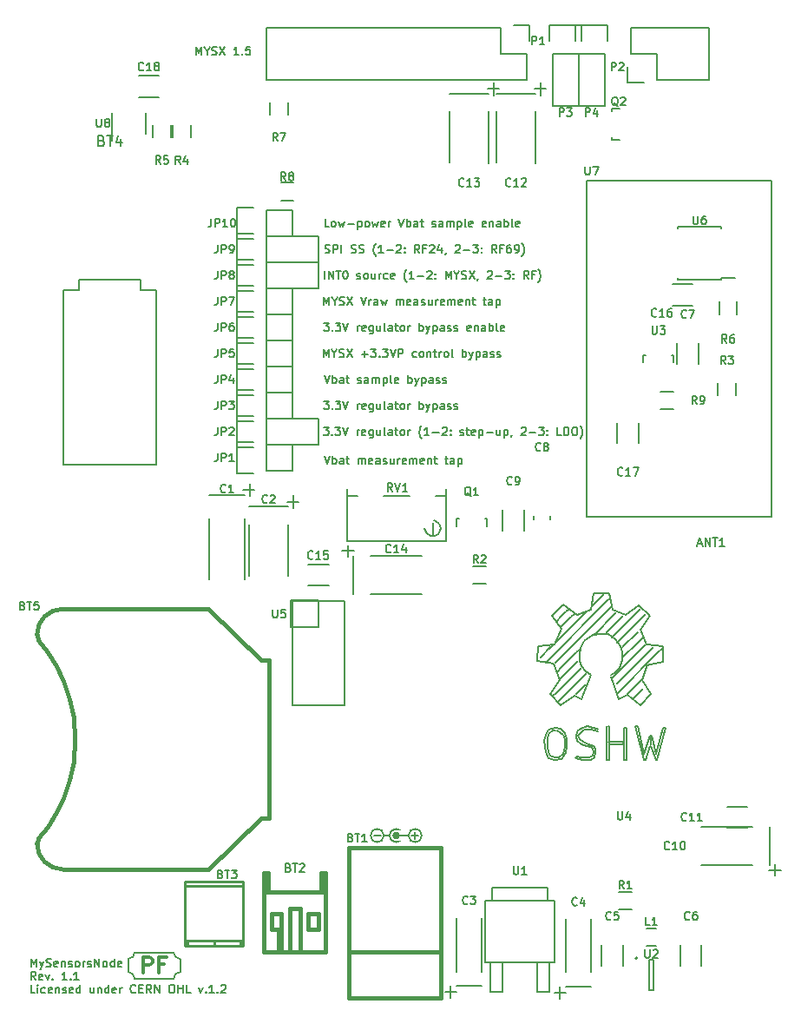
<source format=gbr>
G04 #@! TF.FileFunction,Legend,Top*
%FSLAX46Y46*%
G04 Gerber Fmt 4.6, Leading zero omitted, Abs format (unit mm)*
G04 Created by KiCad (PCBNEW 0.201509101502+6177~30~ubuntu14.04.1-product) date Sat 12 Sep 2015 10:17:38 PM CEST*
%MOMM*%
G01*
G04 APERTURE LIST*
%ADD10C,0.100000*%
%ADD11C,0.160000*%
%ADD12C,0.200000*%
%ADD13C,0.300000*%
%ADD14C,0.150000*%
%ADD15C,0.381000*%
%ADD16C,0.254000*%
%ADD17C,0.127000*%
G04 APERTURE END LIST*
D10*
D11*
X30995427Y-33381905D02*
X30995427Y-32581905D01*
X31262094Y-33153333D01*
X31528761Y-32581905D01*
X31528761Y-33381905D01*
X32062094Y-33000952D02*
X32062094Y-33381905D01*
X31795427Y-32581905D02*
X32062094Y-33000952D01*
X32328761Y-32581905D01*
X32557332Y-33343810D02*
X32671618Y-33381905D01*
X32862094Y-33381905D01*
X32938284Y-33343810D01*
X32976380Y-33305714D01*
X33014475Y-33229524D01*
X33014475Y-33153333D01*
X32976380Y-33077143D01*
X32938284Y-33039048D01*
X32862094Y-33000952D01*
X32709713Y-32962857D01*
X32633522Y-32924762D01*
X32595427Y-32886667D01*
X32557332Y-32810476D01*
X32557332Y-32734286D01*
X32595427Y-32658095D01*
X32633522Y-32620000D01*
X32709713Y-32581905D01*
X32900189Y-32581905D01*
X33014475Y-32620000D01*
X33281142Y-32581905D02*
X33814475Y-33381905D01*
X33814475Y-32581905D02*
X33281142Y-33381905D01*
X34728761Y-33077143D02*
X35338285Y-33077143D01*
X35033523Y-33381905D02*
X35033523Y-32772381D01*
X35643047Y-32581905D02*
X36138285Y-32581905D01*
X35871618Y-32886667D01*
X35985904Y-32886667D01*
X36062094Y-32924762D01*
X36100190Y-32962857D01*
X36138285Y-33039048D01*
X36138285Y-33229524D01*
X36100190Y-33305714D01*
X36062094Y-33343810D01*
X35985904Y-33381905D01*
X35757332Y-33381905D01*
X35681142Y-33343810D01*
X35643047Y-33305714D01*
X36481142Y-33305714D02*
X36519237Y-33343810D01*
X36481142Y-33381905D01*
X36443047Y-33343810D01*
X36481142Y-33305714D01*
X36481142Y-33381905D01*
X36785904Y-32581905D02*
X37281142Y-32581905D01*
X37014475Y-32886667D01*
X37128761Y-32886667D01*
X37204951Y-32924762D01*
X37243047Y-32962857D01*
X37281142Y-33039048D01*
X37281142Y-33229524D01*
X37243047Y-33305714D01*
X37204951Y-33343810D01*
X37128761Y-33381905D01*
X36900189Y-33381905D01*
X36823999Y-33343810D01*
X36785904Y-33305714D01*
X37509713Y-32581905D02*
X37776380Y-33381905D01*
X38043047Y-32581905D01*
X38309713Y-33381905D02*
X38309713Y-32581905D01*
X38614475Y-32581905D01*
X38690666Y-32620000D01*
X38728761Y-32658095D01*
X38766856Y-32734286D01*
X38766856Y-32848571D01*
X38728761Y-32924762D01*
X38690666Y-32962857D01*
X38614475Y-33000952D01*
X38309713Y-33000952D01*
X40062094Y-33343810D02*
X39985904Y-33381905D01*
X39833523Y-33381905D01*
X39757332Y-33343810D01*
X39719237Y-33305714D01*
X39681142Y-33229524D01*
X39681142Y-33000952D01*
X39719237Y-32924762D01*
X39757332Y-32886667D01*
X39833523Y-32848571D01*
X39985904Y-32848571D01*
X40062094Y-32886667D01*
X40519237Y-33381905D02*
X40443046Y-33343810D01*
X40404951Y-33305714D01*
X40366856Y-33229524D01*
X40366856Y-33000952D01*
X40404951Y-32924762D01*
X40443046Y-32886667D01*
X40519237Y-32848571D01*
X40633523Y-32848571D01*
X40709713Y-32886667D01*
X40747808Y-32924762D01*
X40785904Y-33000952D01*
X40785904Y-33229524D01*
X40747808Y-33305714D01*
X40709713Y-33343810D01*
X40633523Y-33381905D01*
X40519237Y-33381905D01*
X41128761Y-32848571D02*
X41128761Y-33381905D01*
X41128761Y-32924762D02*
X41166856Y-32886667D01*
X41243047Y-32848571D01*
X41357333Y-32848571D01*
X41433523Y-32886667D01*
X41471618Y-32962857D01*
X41471618Y-33381905D01*
X41738285Y-32848571D02*
X42043047Y-32848571D01*
X41852571Y-32581905D02*
X41852571Y-33267619D01*
X41890666Y-33343810D01*
X41966857Y-33381905D01*
X42043047Y-33381905D01*
X42309714Y-33381905D02*
X42309714Y-32848571D01*
X42309714Y-33000952D02*
X42347809Y-32924762D01*
X42385905Y-32886667D01*
X42462095Y-32848571D01*
X42538286Y-32848571D01*
X42919238Y-33381905D02*
X42843047Y-33343810D01*
X42804952Y-33305714D01*
X42766857Y-33229524D01*
X42766857Y-33000952D01*
X42804952Y-32924762D01*
X42843047Y-32886667D01*
X42919238Y-32848571D01*
X43033524Y-32848571D01*
X43109714Y-32886667D01*
X43147809Y-32924762D01*
X43185905Y-33000952D01*
X43185905Y-33229524D01*
X43147809Y-33305714D01*
X43109714Y-33343810D01*
X43033524Y-33381905D01*
X42919238Y-33381905D01*
X43643048Y-33381905D02*
X43566857Y-33343810D01*
X43528762Y-33267619D01*
X43528762Y-32581905D01*
X44557334Y-33381905D02*
X44557334Y-32581905D01*
X44557334Y-32886667D02*
X44633525Y-32848571D01*
X44785906Y-32848571D01*
X44862096Y-32886667D01*
X44900191Y-32924762D01*
X44938287Y-33000952D01*
X44938287Y-33229524D01*
X44900191Y-33305714D01*
X44862096Y-33343810D01*
X44785906Y-33381905D01*
X44633525Y-33381905D01*
X44557334Y-33343810D01*
X45204954Y-32848571D02*
X45395430Y-33381905D01*
X45585906Y-32848571D02*
X45395430Y-33381905D01*
X45319239Y-33572381D01*
X45281144Y-33610476D01*
X45204954Y-33648571D01*
X45890668Y-32848571D02*
X45890668Y-33648571D01*
X45890668Y-32886667D02*
X45966859Y-32848571D01*
X46119240Y-32848571D01*
X46195430Y-32886667D01*
X46233525Y-32924762D01*
X46271621Y-33000952D01*
X46271621Y-33229524D01*
X46233525Y-33305714D01*
X46195430Y-33343810D01*
X46119240Y-33381905D01*
X45966859Y-33381905D01*
X45890668Y-33343810D01*
X46957335Y-33381905D02*
X46957335Y-32962857D01*
X46919240Y-32886667D01*
X46843050Y-32848571D01*
X46690669Y-32848571D01*
X46614478Y-32886667D01*
X46957335Y-33343810D02*
X46881145Y-33381905D01*
X46690669Y-33381905D01*
X46614478Y-33343810D01*
X46576383Y-33267619D01*
X46576383Y-33191429D01*
X46614478Y-33115238D01*
X46690669Y-33077143D01*
X46881145Y-33077143D01*
X46957335Y-33039048D01*
X47300193Y-33343810D02*
X47376383Y-33381905D01*
X47528764Y-33381905D01*
X47604955Y-33343810D01*
X47643050Y-33267619D01*
X47643050Y-33229524D01*
X47604955Y-33153333D01*
X47528764Y-33115238D01*
X47414479Y-33115238D01*
X47338288Y-33077143D01*
X47300193Y-33000952D01*
X47300193Y-32962857D01*
X47338288Y-32886667D01*
X47414479Y-32848571D01*
X47528764Y-32848571D01*
X47604955Y-32886667D01*
X47947812Y-33343810D02*
X48024002Y-33381905D01*
X48176383Y-33381905D01*
X48252574Y-33343810D01*
X48290669Y-33267619D01*
X48290669Y-33229524D01*
X48252574Y-33153333D01*
X48176383Y-33115238D01*
X48062098Y-33115238D01*
X47985907Y-33077143D01*
X47947812Y-33000952D01*
X47947812Y-32962857D01*
X47985907Y-32886667D01*
X48062098Y-32848571D01*
X48176383Y-32848571D01*
X48252574Y-32886667D01*
X18580428Y-3917905D02*
X18580428Y-3117905D01*
X18847095Y-3689333D01*
X19113762Y-3117905D01*
X19113762Y-3917905D01*
X19647095Y-3536952D02*
X19647095Y-3917905D01*
X19380428Y-3117905D02*
X19647095Y-3536952D01*
X19913762Y-3117905D01*
X20142333Y-3879810D02*
X20256619Y-3917905D01*
X20447095Y-3917905D01*
X20523285Y-3879810D01*
X20561381Y-3841714D01*
X20599476Y-3765524D01*
X20599476Y-3689333D01*
X20561381Y-3613143D01*
X20523285Y-3575048D01*
X20447095Y-3536952D01*
X20294714Y-3498857D01*
X20218523Y-3460762D01*
X20180428Y-3422667D01*
X20142333Y-3346476D01*
X20142333Y-3270286D01*
X20180428Y-3194095D01*
X20218523Y-3156000D01*
X20294714Y-3117905D01*
X20485190Y-3117905D01*
X20599476Y-3156000D01*
X20866143Y-3117905D02*
X21399476Y-3917905D01*
X21399476Y-3117905D02*
X20866143Y-3917905D01*
X22732810Y-3917905D02*
X22275667Y-3917905D01*
X22504238Y-3917905D02*
X22504238Y-3117905D01*
X22428048Y-3232190D01*
X22351857Y-3308381D01*
X22275667Y-3346476D01*
X23075667Y-3841714D02*
X23113762Y-3879810D01*
X23075667Y-3917905D01*
X23037572Y-3879810D01*
X23075667Y-3841714D01*
X23075667Y-3917905D01*
X23837572Y-3117905D02*
X23456619Y-3117905D01*
X23418524Y-3498857D01*
X23456619Y-3460762D01*
X23532810Y-3422667D01*
X23723286Y-3422667D01*
X23799476Y-3460762D01*
X23837572Y-3498857D01*
X23875667Y-3575048D01*
X23875667Y-3765524D01*
X23837572Y-3841714D01*
X23799476Y-3879810D01*
X23723286Y-3917905D01*
X23532810Y-3917905D01*
X23456619Y-3879810D01*
X23418524Y-3841714D01*
X31554284Y-20681905D02*
X31173331Y-20681905D01*
X31173331Y-19881905D01*
X31935236Y-20681905D02*
X31859045Y-20643810D01*
X31820950Y-20605714D01*
X31782855Y-20529524D01*
X31782855Y-20300952D01*
X31820950Y-20224762D01*
X31859045Y-20186667D01*
X31935236Y-20148571D01*
X32049522Y-20148571D01*
X32125712Y-20186667D01*
X32163807Y-20224762D01*
X32201903Y-20300952D01*
X32201903Y-20529524D01*
X32163807Y-20605714D01*
X32125712Y-20643810D01*
X32049522Y-20681905D01*
X31935236Y-20681905D01*
X32468570Y-20148571D02*
X32620951Y-20681905D01*
X32773332Y-20300952D01*
X32925713Y-20681905D01*
X33078094Y-20148571D01*
X33382855Y-20377143D02*
X33992379Y-20377143D01*
X34373331Y-20148571D02*
X34373331Y-20948571D01*
X34373331Y-20186667D02*
X34449522Y-20148571D01*
X34601903Y-20148571D01*
X34678093Y-20186667D01*
X34716188Y-20224762D01*
X34754284Y-20300952D01*
X34754284Y-20529524D01*
X34716188Y-20605714D01*
X34678093Y-20643810D01*
X34601903Y-20681905D01*
X34449522Y-20681905D01*
X34373331Y-20643810D01*
X35211427Y-20681905D02*
X35135236Y-20643810D01*
X35097141Y-20605714D01*
X35059046Y-20529524D01*
X35059046Y-20300952D01*
X35097141Y-20224762D01*
X35135236Y-20186667D01*
X35211427Y-20148571D01*
X35325713Y-20148571D01*
X35401903Y-20186667D01*
X35439998Y-20224762D01*
X35478094Y-20300952D01*
X35478094Y-20529524D01*
X35439998Y-20605714D01*
X35401903Y-20643810D01*
X35325713Y-20681905D01*
X35211427Y-20681905D01*
X35744761Y-20148571D02*
X35897142Y-20681905D01*
X36049523Y-20300952D01*
X36201904Y-20681905D01*
X36354285Y-20148571D01*
X36963808Y-20643810D02*
X36887618Y-20681905D01*
X36735237Y-20681905D01*
X36659046Y-20643810D01*
X36620951Y-20567619D01*
X36620951Y-20262857D01*
X36659046Y-20186667D01*
X36735237Y-20148571D01*
X36887618Y-20148571D01*
X36963808Y-20186667D01*
X37001903Y-20262857D01*
X37001903Y-20339048D01*
X36620951Y-20415238D01*
X37344760Y-20681905D02*
X37344760Y-20148571D01*
X37344760Y-20300952D02*
X37382855Y-20224762D01*
X37420951Y-20186667D01*
X37497141Y-20148571D01*
X37573332Y-20148571D01*
X38335236Y-19881905D02*
X38601903Y-20681905D01*
X38868570Y-19881905D01*
X39135236Y-20681905D02*
X39135236Y-19881905D01*
X39135236Y-20186667D02*
X39211427Y-20148571D01*
X39363808Y-20148571D01*
X39439998Y-20186667D01*
X39478093Y-20224762D01*
X39516189Y-20300952D01*
X39516189Y-20529524D01*
X39478093Y-20605714D01*
X39439998Y-20643810D01*
X39363808Y-20681905D01*
X39211427Y-20681905D01*
X39135236Y-20643810D01*
X40201903Y-20681905D02*
X40201903Y-20262857D01*
X40163808Y-20186667D01*
X40087618Y-20148571D01*
X39935237Y-20148571D01*
X39859046Y-20186667D01*
X40201903Y-20643810D02*
X40125713Y-20681905D01*
X39935237Y-20681905D01*
X39859046Y-20643810D01*
X39820951Y-20567619D01*
X39820951Y-20491429D01*
X39859046Y-20415238D01*
X39935237Y-20377143D01*
X40125713Y-20377143D01*
X40201903Y-20339048D01*
X40468570Y-20148571D02*
X40773332Y-20148571D01*
X40582856Y-19881905D02*
X40582856Y-20567619D01*
X40620951Y-20643810D01*
X40697142Y-20681905D01*
X40773332Y-20681905D01*
X41611428Y-20643810D02*
X41687618Y-20681905D01*
X41839999Y-20681905D01*
X41916190Y-20643810D01*
X41954285Y-20567619D01*
X41954285Y-20529524D01*
X41916190Y-20453333D01*
X41839999Y-20415238D01*
X41725714Y-20415238D01*
X41649523Y-20377143D01*
X41611428Y-20300952D01*
X41611428Y-20262857D01*
X41649523Y-20186667D01*
X41725714Y-20148571D01*
X41839999Y-20148571D01*
X41916190Y-20186667D01*
X42639999Y-20681905D02*
X42639999Y-20262857D01*
X42601904Y-20186667D01*
X42525714Y-20148571D01*
X42373333Y-20148571D01*
X42297142Y-20186667D01*
X42639999Y-20643810D02*
X42563809Y-20681905D01*
X42373333Y-20681905D01*
X42297142Y-20643810D01*
X42259047Y-20567619D01*
X42259047Y-20491429D01*
X42297142Y-20415238D01*
X42373333Y-20377143D01*
X42563809Y-20377143D01*
X42639999Y-20339048D01*
X43020952Y-20681905D02*
X43020952Y-20148571D01*
X43020952Y-20224762D02*
X43059047Y-20186667D01*
X43135238Y-20148571D01*
X43249524Y-20148571D01*
X43325714Y-20186667D01*
X43363809Y-20262857D01*
X43363809Y-20681905D01*
X43363809Y-20262857D02*
X43401905Y-20186667D01*
X43478095Y-20148571D01*
X43592381Y-20148571D01*
X43668571Y-20186667D01*
X43706666Y-20262857D01*
X43706666Y-20681905D01*
X44087619Y-20148571D02*
X44087619Y-20948571D01*
X44087619Y-20186667D02*
X44163810Y-20148571D01*
X44316191Y-20148571D01*
X44392381Y-20186667D01*
X44430476Y-20224762D01*
X44468572Y-20300952D01*
X44468572Y-20529524D01*
X44430476Y-20605714D01*
X44392381Y-20643810D01*
X44316191Y-20681905D01*
X44163810Y-20681905D01*
X44087619Y-20643810D01*
X44925715Y-20681905D02*
X44849524Y-20643810D01*
X44811429Y-20567619D01*
X44811429Y-19881905D01*
X45535239Y-20643810D02*
X45459049Y-20681905D01*
X45306668Y-20681905D01*
X45230477Y-20643810D01*
X45192382Y-20567619D01*
X45192382Y-20262857D01*
X45230477Y-20186667D01*
X45306668Y-20148571D01*
X45459049Y-20148571D01*
X45535239Y-20186667D01*
X45573334Y-20262857D01*
X45573334Y-20339048D01*
X45192382Y-20415238D01*
X46830477Y-20643810D02*
X46754287Y-20681905D01*
X46601906Y-20681905D01*
X46525715Y-20643810D01*
X46487620Y-20567619D01*
X46487620Y-20262857D01*
X46525715Y-20186667D01*
X46601906Y-20148571D01*
X46754287Y-20148571D01*
X46830477Y-20186667D01*
X46868572Y-20262857D01*
X46868572Y-20339048D01*
X46487620Y-20415238D01*
X47211429Y-20148571D02*
X47211429Y-20681905D01*
X47211429Y-20224762D02*
X47249524Y-20186667D01*
X47325715Y-20148571D01*
X47440001Y-20148571D01*
X47516191Y-20186667D01*
X47554286Y-20262857D01*
X47554286Y-20681905D01*
X48278096Y-20681905D02*
X48278096Y-20262857D01*
X48240001Y-20186667D01*
X48163811Y-20148571D01*
X48011430Y-20148571D01*
X47935239Y-20186667D01*
X48278096Y-20643810D02*
X48201906Y-20681905D01*
X48011430Y-20681905D01*
X47935239Y-20643810D01*
X47897144Y-20567619D01*
X47897144Y-20491429D01*
X47935239Y-20415238D01*
X48011430Y-20377143D01*
X48201906Y-20377143D01*
X48278096Y-20339048D01*
X48659049Y-20681905D02*
X48659049Y-19881905D01*
X48659049Y-20186667D02*
X48735240Y-20148571D01*
X48887621Y-20148571D01*
X48963811Y-20186667D01*
X49001906Y-20224762D01*
X49040002Y-20300952D01*
X49040002Y-20529524D01*
X49001906Y-20605714D01*
X48963811Y-20643810D01*
X48887621Y-20681905D01*
X48735240Y-20681905D01*
X48659049Y-20643810D01*
X49497145Y-20681905D02*
X49420954Y-20643810D01*
X49382859Y-20567619D01*
X49382859Y-19881905D01*
X50106669Y-20643810D02*
X50030479Y-20681905D01*
X49878098Y-20681905D01*
X49801907Y-20643810D01*
X49763812Y-20567619D01*
X49763812Y-20262857D01*
X49801907Y-20186667D01*
X49878098Y-20148571D01*
X50030479Y-20148571D01*
X50106669Y-20186667D01*
X50144764Y-20262857D01*
X50144764Y-20339048D01*
X49763812Y-20415238D01*
X31160667Y-23183810D02*
X31274953Y-23221905D01*
X31465429Y-23221905D01*
X31541619Y-23183810D01*
X31579715Y-23145714D01*
X31617810Y-23069524D01*
X31617810Y-22993333D01*
X31579715Y-22917143D01*
X31541619Y-22879048D01*
X31465429Y-22840952D01*
X31313048Y-22802857D01*
X31236857Y-22764762D01*
X31198762Y-22726667D01*
X31160667Y-22650476D01*
X31160667Y-22574286D01*
X31198762Y-22498095D01*
X31236857Y-22460000D01*
X31313048Y-22421905D01*
X31503524Y-22421905D01*
X31617810Y-22460000D01*
X31960667Y-23221905D02*
X31960667Y-22421905D01*
X32265429Y-22421905D01*
X32341620Y-22460000D01*
X32379715Y-22498095D01*
X32417810Y-22574286D01*
X32417810Y-22688571D01*
X32379715Y-22764762D01*
X32341620Y-22802857D01*
X32265429Y-22840952D01*
X31960667Y-22840952D01*
X32760667Y-23221905D02*
X32760667Y-22421905D01*
X33713048Y-23183810D02*
X33827334Y-23221905D01*
X34017810Y-23221905D01*
X34094000Y-23183810D01*
X34132096Y-23145714D01*
X34170191Y-23069524D01*
X34170191Y-22993333D01*
X34132096Y-22917143D01*
X34094000Y-22879048D01*
X34017810Y-22840952D01*
X33865429Y-22802857D01*
X33789238Y-22764762D01*
X33751143Y-22726667D01*
X33713048Y-22650476D01*
X33713048Y-22574286D01*
X33751143Y-22498095D01*
X33789238Y-22460000D01*
X33865429Y-22421905D01*
X34055905Y-22421905D01*
X34170191Y-22460000D01*
X34474953Y-23183810D02*
X34589239Y-23221905D01*
X34779715Y-23221905D01*
X34855905Y-23183810D01*
X34894001Y-23145714D01*
X34932096Y-23069524D01*
X34932096Y-22993333D01*
X34894001Y-22917143D01*
X34855905Y-22879048D01*
X34779715Y-22840952D01*
X34627334Y-22802857D01*
X34551143Y-22764762D01*
X34513048Y-22726667D01*
X34474953Y-22650476D01*
X34474953Y-22574286D01*
X34513048Y-22498095D01*
X34551143Y-22460000D01*
X34627334Y-22421905D01*
X34817810Y-22421905D01*
X34932096Y-22460000D01*
X36113049Y-23526667D02*
X36074953Y-23488571D01*
X35998763Y-23374286D01*
X35960668Y-23298095D01*
X35922572Y-23183810D01*
X35884477Y-22993333D01*
X35884477Y-22840952D01*
X35922572Y-22650476D01*
X35960668Y-22536190D01*
X35998763Y-22460000D01*
X36074953Y-22345714D01*
X36113049Y-22307619D01*
X36836858Y-23221905D02*
X36379715Y-23221905D01*
X36608286Y-23221905D02*
X36608286Y-22421905D01*
X36532096Y-22536190D01*
X36455905Y-22612381D01*
X36379715Y-22650476D01*
X37179715Y-22917143D02*
X37789239Y-22917143D01*
X38132096Y-22498095D02*
X38170191Y-22460000D01*
X38246382Y-22421905D01*
X38436858Y-22421905D01*
X38513048Y-22460000D01*
X38551144Y-22498095D01*
X38589239Y-22574286D01*
X38589239Y-22650476D01*
X38551144Y-22764762D01*
X38094001Y-23221905D01*
X38589239Y-23221905D01*
X38932096Y-23145714D02*
X38970191Y-23183810D01*
X38932096Y-23221905D01*
X38894001Y-23183810D01*
X38932096Y-23145714D01*
X38932096Y-23221905D01*
X38932096Y-22726667D02*
X38970191Y-22764762D01*
X38932096Y-22802857D01*
X38894001Y-22764762D01*
X38932096Y-22726667D01*
X38932096Y-22802857D01*
X40379715Y-23221905D02*
X40113048Y-22840952D01*
X39922572Y-23221905D02*
X39922572Y-22421905D01*
X40227334Y-22421905D01*
X40303525Y-22460000D01*
X40341620Y-22498095D01*
X40379715Y-22574286D01*
X40379715Y-22688571D01*
X40341620Y-22764762D01*
X40303525Y-22802857D01*
X40227334Y-22840952D01*
X39922572Y-22840952D01*
X40989239Y-22802857D02*
X40722572Y-22802857D01*
X40722572Y-23221905D02*
X40722572Y-22421905D01*
X41103525Y-22421905D01*
X41370191Y-22498095D02*
X41408286Y-22460000D01*
X41484477Y-22421905D01*
X41674953Y-22421905D01*
X41751143Y-22460000D01*
X41789239Y-22498095D01*
X41827334Y-22574286D01*
X41827334Y-22650476D01*
X41789239Y-22764762D01*
X41332096Y-23221905D01*
X41827334Y-23221905D01*
X42513048Y-22688571D02*
X42513048Y-23221905D01*
X42322572Y-22383810D02*
X42132096Y-22955238D01*
X42627334Y-22955238D01*
X42970191Y-23183810D02*
X42970191Y-23221905D01*
X42932096Y-23298095D01*
X42894001Y-23336190D01*
X43884477Y-22498095D02*
X43922572Y-22460000D01*
X43998763Y-22421905D01*
X44189239Y-22421905D01*
X44265429Y-22460000D01*
X44303525Y-22498095D01*
X44341620Y-22574286D01*
X44341620Y-22650476D01*
X44303525Y-22764762D01*
X43846382Y-23221905D01*
X44341620Y-23221905D01*
X44684477Y-22917143D02*
X45294001Y-22917143D01*
X45598763Y-22421905D02*
X46094001Y-22421905D01*
X45827334Y-22726667D01*
X45941620Y-22726667D01*
X46017810Y-22764762D01*
X46055906Y-22802857D01*
X46094001Y-22879048D01*
X46094001Y-23069524D01*
X46055906Y-23145714D01*
X46017810Y-23183810D01*
X45941620Y-23221905D01*
X45713048Y-23221905D01*
X45636858Y-23183810D01*
X45598763Y-23145714D01*
X46436858Y-23145714D02*
X46474953Y-23183810D01*
X46436858Y-23221905D01*
X46398763Y-23183810D01*
X46436858Y-23145714D01*
X46436858Y-23221905D01*
X46436858Y-22726667D02*
X46474953Y-22764762D01*
X46436858Y-22802857D01*
X46398763Y-22764762D01*
X46436858Y-22726667D01*
X46436858Y-22802857D01*
X47884477Y-23221905D02*
X47617810Y-22840952D01*
X47427334Y-23221905D02*
X47427334Y-22421905D01*
X47732096Y-22421905D01*
X47808287Y-22460000D01*
X47846382Y-22498095D01*
X47884477Y-22574286D01*
X47884477Y-22688571D01*
X47846382Y-22764762D01*
X47808287Y-22802857D01*
X47732096Y-22840952D01*
X47427334Y-22840952D01*
X48494001Y-22802857D02*
X48227334Y-22802857D01*
X48227334Y-23221905D02*
X48227334Y-22421905D01*
X48608287Y-22421905D01*
X49255905Y-22421905D02*
X49103524Y-22421905D01*
X49027334Y-22460000D01*
X48989239Y-22498095D01*
X48913048Y-22612381D01*
X48874953Y-22764762D01*
X48874953Y-23069524D01*
X48913048Y-23145714D01*
X48951143Y-23183810D01*
X49027334Y-23221905D01*
X49179715Y-23221905D01*
X49255905Y-23183810D01*
X49294001Y-23145714D01*
X49332096Y-23069524D01*
X49332096Y-22879048D01*
X49294001Y-22802857D01*
X49255905Y-22764762D01*
X49179715Y-22726667D01*
X49027334Y-22726667D01*
X48951143Y-22764762D01*
X48913048Y-22802857D01*
X48874953Y-22879048D01*
X49713048Y-23221905D02*
X49865429Y-23221905D01*
X49941620Y-23183810D01*
X49979715Y-23145714D01*
X50055906Y-23031429D01*
X50094001Y-22879048D01*
X50094001Y-22574286D01*
X50055906Y-22498095D01*
X50017810Y-22460000D01*
X49941620Y-22421905D01*
X49789239Y-22421905D01*
X49713048Y-22460000D01*
X49674953Y-22498095D01*
X49636858Y-22574286D01*
X49636858Y-22764762D01*
X49674953Y-22840952D01*
X49713048Y-22879048D01*
X49789239Y-22917143D01*
X49941620Y-22917143D01*
X50017810Y-22879048D01*
X50055906Y-22840952D01*
X50094001Y-22764762D01*
X50360668Y-23526667D02*
X50398763Y-23488571D01*
X50474953Y-23374286D01*
X50513049Y-23298095D01*
X50551144Y-23183810D01*
X50589239Y-22993333D01*
X50589239Y-22840952D01*
X50551144Y-22650476D01*
X50513049Y-22536190D01*
X50474953Y-22460000D01*
X50398763Y-22345714D01*
X50360668Y-22307619D01*
X31122667Y-25761905D02*
X31122667Y-24961905D01*
X31503619Y-25761905D02*
X31503619Y-24961905D01*
X31960762Y-25761905D01*
X31960762Y-24961905D01*
X32227428Y-24961905D02*
X32684571Y-24961905D01*
X32456000Y-25761905D02*
X32456000Y-24961905D01*
X33103619Y-24961905D02*
X33179810Y-24961905D01*
X33256000Y-25000000D01*
X33294095Y-25038095D01*
X33332191Y-25114286D01*
X33370286Y-25266667D01*
X33370286Y-25457143D01*
X33332191Y-25609524D01*
X33294095Y-25685714D01*
X33256000Y-25723810D01*
X33179810Y-25761905D01*
X33103619Y-25761905D01*
X33027429Y-25723810D01*
X32989333Y-25685714D01*
X32951238Y-25609524D01*
X32913143Y-25457143D01*
X32913143Y-25266667D01*
X32951238Y-25114286D01*
X32989333Y-25038095D01*
X33027429Y-25000000D01*
X33103619Y-24961905D01*
X34284572Y-25723810D02*
X34360762Y-25761905D01*
X34513143Y-25761905D01*
X34589334Y-25723810D01*
X34627429Y-25647619D01*
X34627429Y-25609524D01*
X34589334Y-25533333D01*
X34513143Y-25495238D01*
X34398858Y-25495238D01*
X34322667Y-25457143D01*
X34284572Y-25380952D01*
X34284572Y-25342857D01*
X34322667Y-25266667D01*
X34398858Y-25228571D01*
X34513143Y-25228571D01*
X34589334Y-25266667D01*
X35084572Y-25761905D02*
X35008381Y-25723810D01*
X34970286Y-25685714D01*
X34932191Y-25609524D01*
X34932191Y-25380952D01*
X34970286Y-25304762D01*
X35008381Y-25266667D01*
X35084572Y-25228571D01*
X35198858Y-25228571D01*
X35275048Y-25266667D01*
X35313143Y-25304762D01*
X35351239Y-25380952D01*
X35351239Y-25609524D01*
X35313143Y-25685714D01*
X35275048Y-25723810D01*
X35198858Y-25761905D01*
X35084572Y-25761905D01*
X36036953Y-25228571D02*
X36036953Y-25761905D01*
X35694096Y-25228571D02*
X35694096Y-25647619D01*
X35732191Y-25723810D01*
X35808382Y-25761905D01*
X35922668Y-25761905D01*
X35998858Y-25723810D01*
X36036953Y-25685714D01*
X36417906Y-25761905D02*
X36417906Y-25228571D01*
X36417906Y-25380952D02*
X36456001Y-25304762D01*
X36494097Y-25266667D01*
X36570287Y-25228571D01*
X36646478Y-25228571D01*
X37256001Y-25723810D02*
X37179811Y-25761905D01*
X37027430Y-25761905D01*
X36951239Y-25723810D01*
X36913144Y-25685714D01*
X36875049Y-25609524D01*
X36875049Y-25380952D01*
X36913144Y-25304762D01*
X36951239Y-25266667D01*
X37027430Y-25228571D01*
X37179811Y-25228571D01*
X37256001Y-25266667D01*
X37903620Y-25723810D02*
X37827430Y-25761905D01*
X37675049Y-25761905D01*
X37598858Y-25723810D01*
X37560763Y-25647619D01*
X37560763Y-25342857D01*
X37598858Y-25266667D01*
X37675049Y-25228571D01*
X37827430Y-25228571D01*
X37903620Y-25266667D01*
X37941715Y-25342857D01*
X37941715Y-25419048D01*
X37560763Y-25495238D01*
X39122668Y-26066667D02*
X39084572Y-26028571D01*
X39008382Y-25914286D01*
X38970287Y-25838095D01*
X38932191Y-25723810D01*
X38894096Y-25533333D01*
X38894096Y-25380952D01*
X38932191Y-25190476D01*
X38970287Y-25076190D01*
X39008382Y-25000000D01*
X39084572Y-24885714D01*
X39122668Y-24847619D01*
X39846477Y-25761905D02*
X39389334Y-25761905D01*
X39617905Y-25761905D02*
X39617905Y-24961905D01*
X39541715Y-25076190D01*
X39465524Y-25152381D01*
X39389334Y-25190476D01*
X40189334Y-25457143D02*
X40798858Y-25457143D01*
X41141715Y-25038095D02*
X41179810Y-25000000D01*
X41256001Y-24961905D01*
X41446477Y-24961905D01*
X41522667Y-25000000D01*
X41560763Y-25038095D01*
X41598858Y-25114286D01*
X41598858Y-25190476D01*
X41560763Y-25304762D01*
X41103620Y-25761905D01*
X41598858Y-25761905D01*
X41941715Y-25685714D02*
X41979810Y-25723810D01*
X41941715Y-25761905D01*
X41903620Y-25723810D01*
X41941715Y-25685714D01*
X41941715Y-25761905D01*
X41941715Y-25266667D02*
X41979810Y-25304762D01*
X41941715Y-25342857D01*
X41903620Y-25304762D01*
X41941715Y-25266667D01*
X41941715Y-25342857D01*
X42932191Y-25761905D02*
X42932191Y-24961905D01*
X43198858Y-25533333D01*
X43465525Y-24961905D01*
X43465525Y-25761905D01*
X43998858Y-25380952D02*
X43998858Y-25761905D01*
X43732191Y-24961905D02*
X43998858Y-25380952D01*
X44265525Y-24961905D01*
X44494096Y-25723810D02*
X44608382Y-25761905D01*
X44798858Y-25761905D01*
X44875048Y-25723810D01*
X44913144Y-25685714D01*
X44951239Y-25609524D01*
X44951239Y-25533333D01*
X44913144Y-25457143D01*
X44875048Y-25419048D01*
X44798858Y-25380952D01*
X44646477Y-25342857D01*
X44570286Y-25304762D01*
X44532191Y-25266667D01*
X44494096Y-25190476D01*
X44494096Y-25114286D01*
X44532191Y-25038095D01*
X44570286Y-25000000D01*
X44646477Y-24961905D01*
X44836953Y-24961905D01*
X44951239Y-25000000D01*
X45217906Y-24961905D02*
X45751239Y-25761905D01*
X45751239Y-24961905D02*
X45217906Y-25761905D01*
X46094096Y-25723810D02*
X46094096Y-25761905D01*
X46056001Y-25838095D01*
X46017906Y-25876190D01*
X47008382Y-25038095D02*
X47046477Y-25000000D01*
X47122668Y-24961905D01*
X47313144Y-24961905D01*
X47389334Y-25000000D01*
X47427430Y-25038095D01*
X47465525Y-25114286D01*
X47465525Y-25190476D01*
X47427430Y-25304762D01*
X46970287Y-25761905D01*
X47465525Y-25761905D01*
X47808382Y-25457143D02*
X48417906Y-25457143D01*
X48722668Y-24961905D02*
X49217906Y-24961905D01*
X48951239Y-25266667D01*
X49065525Y-25266667D01*
X49141715Y-25304762D01*
X49179811Y-25342857D01*
X49217906Y-25419048D01*
X49217906Y-25609524D01*
X49179811Y-25685714D01*
X49141715Y-25723810D01*
X49065525Y-25761905D01*
X48836953Y-25761905D01*
X48760763Y-25723810D01*
X48722668Y-25685714D01*
X49560763Y-25685714D02*
X49598858Y-25723810D01*
X49560763Y-25761905D01*
X49522668Y-25723810D01*
X49560763Y-25685714D01*
X49560763Y-25761905D01*
X49560763Y-25266667D02*
X49598858Y-25304762D01*
X49560763Y-25342857D01*
X49522668Y-25304762D01*
X49560763Y-25266667D01*
X49560763Y-25342857D01*
X51008382Y-25761905D02*
X50741715Y-25380952D01*
X50551239Y-25761905D02*
X50551239Y-24961905D01*
X50856001Y-24961905D01*
X50932192Y-25000000D01*
X50970287Y-25038095D01*
X51008382Y-25114286D01*
X51008382Y-25228571D01*
X50970287Y-25304762D01*
X50932192Y-25342857D01*
X50856001Y-25380952D01*
X50551239Y-25380952D01*
X51617906Y-25342857D02*
X51351239Y-25342857D01*
X51351239Y-25761905D02*
X51351239Y-24961905D01*
X51732192Y-24961905D01*
X51960763Y-26066667D02*
X51998858Y-26028571D01*
X52075048Y-25914286D01*
X52113144Y-25838095D01*
X52151239Y-25723810D01*
X52189334Y-25533333D01*
X52189334Y-25380952D01*
X52151239Y-25190476D01*
X52113144Y-25076190D01*
X52075048Y-25000000D01*
X51998858Y-24885714D01*
X51960763Y-24847619D01*
X31033522Y-28301905D02*
X31033522Y-27501905D01*
X31300189Y-28073333D01*
X31566856Y-27501905D01*
X31566856Y-28301905D01*
X32100189Y-27920952D02*
X32100189Y-28301905D01*
X31833522Y-27501905D02*
X32100189Y-27920952D01*
X32366856Y-27501905D01*
X32595427Y-28263810D02*
X32709713Y-28301905D01*
X32900189Y-28301905D01*
X32976379Y-28263810D01*
X33014475Y-28225714D01*
X33052570Y-28149524D01*
X33052570Y-28073333D01*
X33014475Y-27997143D01*
X32976379Y-27959048D01*
X32900189Y-27920952D01*
X32747808Y-27882857D01*
X32671617Y-27844762D01*
X32633522Y-27806667D01*
X32595427Y-27730476D01*
X32595427Y-27654286D01*
X32633522Y-27578095D01*
X32671617Y-27540000D01*
X32747808Y-27501905D01*
X32938284Y-27501905D01*
X33052570Y-27540000D01*
X33319237Y-27501905D02*
X33852570Y-28301905D01*
X33852570Y-27501905D02*
X33319237Y-28301905D01*
X34652570Y-27501905D02*
X34919237Y-28301905D01*
X35185904Y-27501905D01*
X35452570Y-28301905D02*
X35452570Y-27768571D01*
X35452570Y-27920952D02*
X35490665Y-27844762D01*
X35528761Y-27806667D01*
X35604951Y-27768571D01*
X35681142Y-27768571D01*
X36290665Y-28301905D02*
X36290665Y-27882857D01*
X36252570Y-27806667D01*
X36176380Y-27768571D01*
X36023999Y-27768571D01*
X35947808Y-27806667D01*
X36290665Y-28263810D02*
X36214475Y-28301905D01*
X36023999Y-28301905D01*
X35947808Y-28263810D01*
X35909713Y-28187619D01*
X35909713Y-28111429D01*
X35947808Y-28035238D01*
X36023999Y-27997143D01*
X36214475Y-27997143D01*
X36290665Y-27959048D01*
X36595428Y-27768571D02*
X36747809Y-28301905D01*
X36900190Y-27920952D01*
X37052571Y-28301905D01*
X37204952Y-27768571D01*
X38119237Y-28301905D02*
X38119237Y-27768571D01*
X38119237Y-27844762D02*
X38157332Y-27806667D01*
X38233523Y-27768571D01*
X38347809Y-27768571D01*
X38423999Y-27806667D01*
X38462094Y-27882857D01*
X38462094Y-28301905D01*
X38462094Y-27882857D02*
X38500190Y-27806667D01*
X38576380Y-27768571D01*
X38690666Y-27768571D01*
X38766856Y-27806667D01*
X38804951Y-27882857D01*
X38804951Y-28301905D01*
X39490666Y-28263810D02*
X39414476Y-28301905D01*
X39262095Y-28301905D01*
X39185904Y-28263810D01*
X39147809Y-28187619D01*
X39147809Y-27882857D01*
X39185904Y-27806667D01*
X39262095Y-27768571D01*
X39414476Y-27768571D01*
X39490666Y-27806667D01*
X39528761Y-27882857D01*
X39528761Y-27959048D01*
X39147809Y-28035238D01*
X40214475Y-28301905D02*
X40214475Y-27882857D01*
X40176380Y-27806667D01*
X40100190Y-27768571D01*
X39947809Y-27768571D01*
X39871618Y-27806667D01*
X40214475Y-28263810D02*
X40138285Y-28301905D01*
X39947809Y-28301905D01*
X39871618Y-28263810D01*
X39833523Y-28187619D01*
X39833523Y-28111429D01*
X39871618Y-28035238D01*
X39947809Y-27997143D01*
X40138285Y-27997143D01*
X40214475Y-27959048D01*
X40557333Y-28263810D02*
X40633523Y-28301905D01*
X40785904Y-28301905D01*
X40862095Y-28263810D01*
X40900190Y-28187619D01*
X40900190Y-28149524D01*
X40862095Y-28073333D01*
X40785904Y-28035238D01*
X40671619Y-28035238D01*
X40595428Y-27997143D01*
X40557333Y-27920952D01*
X40557333Y-27882857D01*
X40595428Y-27806667D01*
X40671619Y-27768571D01*
X40785904Y-27768571D01*
X40862095Y-27806667D01*
X41585904Y-27768571D02*
X41585904Y-28301905D01*
X41243047Y-27768571D02*
X41243047Y-28187619D01*
X41281142Y-28263810D01*
X41357333Y-28301905D01*
X41471619Y-28301905D01*
X41547809Y-28263810D01*
X41585904Y-28225714D01*
X41966857Y-28301905D02*
X41966857Y-27768571D01*
X41966857Y-27920952D02*
X42004952Y-27844762D01*
X42043048Y-27806667D01*
X42119238Y-27768571D01*
X42195429Y-27768571D01*
X42766857Y-28263810D02*
X42690667Y-28301905D01*
X42538286Y-28301905D01*
X42462095Y-28263810D01*
X42424000Y-28187619D01*
X42424000Y-27882857D01*
X42462095Y-27806667D01*
X42538286Y-27768571D01*
X42690667Y-27768571D01*
X42766857Y-27806667D01*
X42804952Y-27882857D01*
X42804952Y-27959048D01*
X42424000Y-28035238D01*
X43147809Y-28301905D02*
X43147809Y-27768571D01*
X43147809Y-27844762D02*
X43185904Y-27806667D01*
X43262095Y-27768571D01*
X43376381Y-27768571D01*
X43452571Y-27806667D01*
X43490666Y-27882857D01*
X43490666Y-28301905D01*
X43490666Y-27882857D02*
X43528762Y-27806667D01*
X43604952Y-27768571D01*
X43719238Y-27768571D01*
X43795428Y-27806667D01*
X43833523Y-27882857D01*
X43833523Y-28301905D01*
X44519238Y-28263810D02*
X44443048Y-28301905D01*
X44290667Y-28301905D01*
X44214476Y-28263810D01*
X44176381Y-28187619D01*
X44176381Y-27882857D01*
X44214476Y-27806667D01*
X44290667Y-27768571D01*
X44443048Y-27768571D01*
X44519238Y-27806667D01*
X44557333Y-27882857D01*
X44557333Y-27959048D01*
X44176381Y-28035238D01*
X44900190Y-27768571D02*
X44900190Y-28301905D01*
X44900190Y-27844762D02*
X44938285Y-27806667D01*
X45014476Y-27768571D01*
X45128762Y-27768571D01*
X45204952Y-27806667D01*
X45243047Y-27882857D01*
X45243047Y-28301905D01*
X45509714Y-27768571D02*
X45814476Y-27768571D01*
X45624000Y-27501905D02*
X45624000Y-28187619D01*
X45662095Y-28263810D01*
X45738286Y-28301905D01*
X45814476Y-28301905D01*
X46576381Y-27768571D02*
X46881143Y-27768571D01*
X46690667Y-27501905D02*
X46690667Y-28187619D01*
X46728762Y-28263810D01*
X46804953Y-28301905D01*
X46881143Y-28301905D01*
X47490667Y-28301905D02*
X47490667Y-27882857D01*
X47452572Y-27806667D01*
X47376382Y-27768571D01*
X47224001Y-27768571D01*
X47147810Y-27806667D01*
X47490667Y-28263810D02*
X47414477Y-28301905D01*
X47224001Y-28301905D01*
X47147810Y-28263810D01*
X47109715Y-28187619D01*
X47109715Y-28111429D01*
X47147810Y-28035238D01*
X47224001Y-27997143D01*
X47414477Y-27997143D01*
X47490667Y-27959048D01*
X47871620Y-27768571D02*
X47871620Y-28568571D01*
X47871620Y-27806667D02*
X47947811Y-27768571D01*
X48100192Y-27768571D01*
X48176382Y-27806667D01*
X48214477Y-27844762D01*
X48252573Y-27920952D01*
X48252573Y-28149524D01*
X48214477Y-28225714D01*
X48176382Y-28263810D01*
X48100192Y-28301905D01*
X47947811Y-28301905D01*
X47871620Y-28263810D01*
X31039903Y-30041905D02*
X31535141Y-30041905D01*
X31268474Y-30346667D01*
X31382760Y-30346667D01*
X31458950Y-30384762D01*
X31497046Y-30422857D01*
X31535141Y-30499048D01*
X31535141Y-30689524D01*
X31497046Y-30765714D01*
X31458950Y-30803810D01*
X31382760Y-30841905D01*
X31154188Y-30841905D01*
X31077998Y-30803810D01*
X31039903Y-30765714D01*
X31877998Y-30765714D02*
X31916093Y-30803810D01*
X31877998Y-30841905D01*
X31839903Y-30803810D01*
X31877998Y-30765714D01*
X31877998Y-30841905D01*
X32182760Y-30041905D02*
X32677998Y-30041905D01*
X32411331Y-30346667D01*
X32525617Y-30346667D01*
X32601807Y-30384762D01*
X32639903Y-30422857D01*
X32677998Y-30499048D01*
X32677998Y-30689524D01*
X32639903Y-30765714D01*
X32601807Y-30803810D01*
X32525617Y-30841905D01*
X32297045Y-30841905D01*
X32220855Y-30803810D01*
X32182760Y-30765714D01*
X32906569Y-30041905D02*
X33173236Y-30841905D01*
X33439903Y-30041905D01*
X34316093Y-30841905D02*
X34316093Y-30308571D01*
X34316093Y-30460952D02*
X34354188Y-30384762D01*
X34392284Y-30346667D01*
X34468474Y-30308571D01*
X34544665Y-30308571D01*
X35116093Y-30803810D02*
X35039903Y-30841905D01*
X34887522Y-30841905D01*
X34811331Y-30803810D01*
X34773236Y-30727619D01*
X34773236Y-30422857D01*
X34811331Y-30346667D01*
X34887522Y-30308571D01*
X35039903Y-30308571D01*
X35116093Y-30346667D01*
X35154188Y-30422857D01*
X35154188Y-30499048D01*
X34773236Y-30575238D01*
X35839902Y-30308571D02*
X35839902Y-30956190D01*
X35801807Y-31032381D01*
X35763712Y-31070476D01*
X35687521Y-31108571D01*
X35573236Y-31108571D01*
X35497045Y-31070476D01*
X35839902Y-30803810D02*
X35763712Y-30841905D01*
X35611331Y-30841905D01*
X35535140Y-30803810D01*
X35497045Y-30765714D01*
X35458950Y-30689524D01*
X35458950Y-30460952D01*
X35497045Y-30384762D01*
X35535140Y-30346667D01*
X35611331Y-30308571D01*
X35763712Y-30308571D01*
X35839902Y-30346667D01*
X36563712Y-30308571D02*
X36563712Y-30841905D01*
X36220855Y-30308571D02*
X36220855Y-30727619D01*
X36258950Y-30803810D01*
X36335141Y-30841905D01*
X36449427Y-30841905D01*
X36525617Y-30803810D01*
X36563712Y-30765714D01*
X37058951Y-30841905D02*
X36982760Y-30803810D01*
X36944665Y-30727619D01*
X36944665Y-30041905D01*
X37706570Y-30841905D02*
X37706570Y-30422857D01*
X37668475Y-30346667D01*
X37592285Y-30308571D01*
X37439904Y-30308571D01*
X37363713Y-30346667D01*
X37706570Y-30803810D02*
X37630380Y-30841905D01*
X37439904Y-30841905D01*
X37363713Y-30803810D01*
X37325618Y-30727619D01*
X37325618Y-30651429D01*
X37363713Y-30575238D01*
X37439904Y-30537143D01*
X37630380Y-30537143D01*
X37706570Y-30499048D01*
X37973237Y-30308571D02*
X38277999Y-30308571D01*
X38087523Y-30041905D02*
X38087523Y-30727619D01*
X38125618Y-30803810D01*
X38201809Y-30841905D01*
X38277999Y-30841905D01*
X38658952Y-30841905D02*
X38582761Y-30803810D01*
X38544666Y-30765714D01*
X38506571Y-30689524D01*
X38506571Y-30460952D01*
X38544666Y-30384762D01*
X38582761Y-30346667D01*
X38658952Y-30308571D01*
X38773238Y-30308571D01*
X38849428Y-30346667D01*
X38887523Y-30384762D01*
X38925619Y-30460952D01*
X38925619Y-30689524D01*
X38887523Y-30765714D01*
X38849428Y-30803810D01*
X38773238Y-30841905D01*
X38658952Y-30841905D01*
X39268476Y-30841905D02*
X39268476Y-30308571D01*
X39268476Y-30460952D02*
X39306571Y-30384762D01*
X39344667Y-30346667D01*
X39420857Y-30308571D01*
X39497048Y-30308571D01*
X40373238Y-30841905D02*
X40373238Y-30041905D01*
X40373238Y-30346667D02*
X40449429Y-30308571D01*
X40601810Y-30308571D01*
X40678000Y-30346667D01*
X40716095Y-30384762D01*
X40754191Y-30460952D01*
X40754191Y-30689524D01*
X40716095Y-30765714D01*
X40678000Y-30803810D01*
X40601810Y-30841905D01*
X40449429Y-30841905D01*
X40373238Y-30803810D01*
X41020858Y-30308571D02*
X41211334Y-30841905D01*
X41401810Y-30308571D02*
X41211334Y-30841905D01*
X41135143Y-31032381D01*
X41097048Y-31070476D01*
X41020858Y-31108571D01*
X41706572Y-30308571D02*
X41706572Y-31108571D01*
X41706572Y-30346667D02*
X41782763Y-30308571D01*
X41935144Y-30308571D01*
X42011334Y-30346667D01*
X42049429Y-30384762D01*
X42087525Y-30460952D01*
X42087525Y-30689524D01*
X42049429Y-30765714D01*
X42011334Y-30803810D01*
X41935144Y-30841905D01*
X41782763Y-30841905D01*
X41706572Y-30803810D01*
X42773239Y-30841905D02*
X42773239Y-30422857D01*
X42735144Y-30346667D01*
X42658954Y-30308571D01*
X42506573Y-30308571D01*
X42430382Y-30346667D01*
X42773239Y-30803810D02*
X42697049Y-30841905D01*
X42506573Y-30841905D01*
X42430382Y-30803810D01*
X42392287Y-30727619D01*
X42392287Y-30651429D01*
X42430382Y-30575238D01*
X42506573Y-30537143D01*
X42697049Y-30537143D01*
X42773239Y-30499048D01*
X43116097Y-30803810D02*
X43192287Y-30841905D01*
X43344668Y-30841905D01*
X43420859Y-30803810D01*
X43458954Y-30727619D01*
X43458954Y-30689524D01*
X43420859Y-30613333D01*
X43344668Y-30575238D01*
X43230383Y-30575238D01*
X43154192Y-30537143D01*
X43116097Y-30460952D01*
X43116097Y-30422857D01*
X43154192Y-30346667D01*
X43230383Y-30308571D01*
X43344668Y-30308571D01*
X43420859Y-30346667D01*
X43763716Y-30803810D02*
X43839906Y-30841905D01*
X43992287Y-30841905D01*
X44068478Y-30803810D01*
X44106573Y-30727619D01*
X44106573Y-30689524D01*
X44068478Y-30613333D01*
X43992287Y-30575238D01*
X43878002Y-30575238D01*
X43801811Y-30537143D01*
X43763716Y-30460952D01*
X43763716Y-30422857D01*
X43801811Y-30346667D01*
X43878002Y-30308571D01*
X43992287Y-30308571D01*
X44068478Y-30346667D01*
X45363716Y-30803810D02*
X45287526Y-30841905D01*
X45135145Y-30841905D01*
X45058954Y-30803810D01*
X45020859Y-30727619D01*
X45020859Y-30422857D01*
X45058954Y-30346667D01*
X45135145Y-30308571D01*
X45287526Y-30308571D01*
X45363716Y-30346667D01*
X45401811Y-30422857D01*
X45401811Y-30499048D01*
X45020859Y-30575238D01*
X45744668Y-30308571D02*
X45744668Y-30841905D01*
X45744668Y-30384762D02*
X45782763Y-30346667D01*
X45858954Y-30308571D01*
X45973240Y-30308571D01*
X46049430Y-30346667D01*
X46087525Y-30422857D01*
X46087525Y-30841905D01*
X46811335Y-30841905D02*
X46811335Y-30422857D01*
X46773240Y-30346667D01*
X46697050Y-30308571D01*
X46544669Y-30308571D01*
X46468478Y-30346667D01*
X46811335Y-30803810D02*
X46735145Y-30841905D01*
X46544669Y-30841905D01*
X46468478Y-30803810D01*
X46430383Y-30727619D01*
X46430383Y-30651429D01*
X46468478Y-30575238D01*
X46544669Y-30537143D01*
X46735145Y-30537143D01*
X46811335Y-30499048D01*
X47192288Y-30841905D02*
X47192288Y-30041905D01*
X47192288Y-30346667D02*
X47268479Y-30308571D01*
X47420860Y-30308571D01*
X47497050Y-30346667D01*
X47535145Y-30384762D01*
X47573241Y-30460952D01*
X47573241Y-30689524D01*
X47535145Y-30765714D01*
X47497050Y-30803810D01*
X47420860Y-30841905D01*
X47268479Y-30841905D01*
X47192288Y-30803810D01*
X48030384Y-30841905D02*
X47954193Y-30803810D01*
X47916098Y-30727619D01*
X47916098Y-30041905D01*
X48639908Y-30803810D02*
X48563718Y-30841905D01*
X48411337Y-30841905D01*
X48335146Y-30803810D01*
X48297051Y-30727619D01*
X48297051Y-30422857D01*
X48335146Y-30346667D01*
X48411337Y-30308571D01*
X48563718Y-30308571D01*
X48639908Y-30346667D01*
X48678003Y-30422857D01*
X48678003Y-30499048D01*
X48297051Y-30575238D01*
X31083998Y-35121905D02*
X31350665Y-35921905D01*
X31617332Y-35121905D01*
X31883998Y-35921905D02*
X31883998Y-35121905D01*
X31883998Y-35426667D02*
X31960189Y-35388571D01*
X32112570Y-35388571D01*
X32188760Y-35426667D01*
X32226855Y-35464762D01*
X32264951Y-35540952D01*
X32264951Y-35769524D01*
X32226855Y-35845714D01*
X32188760Y-35883810D01*
X32112570Y-35921905D01*
X31960189Y-35921905D01*
X31883998Y-35883810D01*
X32950665Y-35921905D02*
X32950665Y-35502857D01*
X32912570Y-35426667D01*
X32836380Y-35388571D01*
X32683999Y-35388571D01*
X32607808Y-35426667D01*
X32950665Y-35883810D02*
X32874475Y-35921905D01*
X32683999Y-35921905D01*
X32607808Y-35883810D01*
X32569713Y-35807619D01*
X32569713Y-35731429D01*
X32607808Y-35655238D01*
X32683999Y-35617143D01*
X32874475Y-35617143D01*
X32950665Y-35579048D01*
X33217332Y-35388571D02*
X33522094Y-35388571D01*
X33331618Y-35121905D02*
X33331618Y-35807619D01*
X33369713Y-35883810D01*
X33445904Y-35921905D01*
X33522094Y-35921905D01*
X34360190Y-35883810D02*
X34436380Y-35921905D01*
X34588761Y-35921905D01*
X34664952Y-35883810D01*
X34703047Y-35807619D01*
X34703047Y-35769524D01*
X34664952Y-35693333D01*
X34588761Y-35655238D01*
X34474476Y-35655238D01*
X34398285Y-35617143D01*
X34360190Y-35540952D01*
X34360190Y-35502857D01*
X34398285Y-35426667D01*
X34474476Y-35388571D01*
X34588761Y-35388571D01*
X34664952Y-35426667D01*
X35388761Y-35921905D02*
X35388761Y-35502857D01*
X35350666Y-35426667D01*
X35274476Y-35388571D01*
X35122095Y-35388571D01*
X35045904Y-35426667D01*
X35388761Y-35883810D02*
X35312571Y-35921905D01*
X35122095Y-35921905D01*
X35045904Y-35883810D01*
X35007809Y-35807619D01*
X35007809Y-35731429D01*
X35045904Y-35655238D01*
X35122095Y-35617143D01*
X35312571Y-35617143D01*
X35388761Y-35579048D01*
X35769714Y-35921905D02*
X35769714Y-35388571D01*
X35769714Y-35464762D02*
X35807809Y-35426667D01*
X35884000Y-35388571D01*
X35998286Y-35388571D01*
X36074476Y-35426667D01*
X36112571Y-35502857D01*
X36112571Y-35921905D01*
X36112571Y-35502857D02*
X36150667Y-35426667D01*
X36226857Y-35388571D01*
X36341143Y-35388571D01*
X36417333Y-35426667D01*
X36455428Y-35502857D01*
X36455428Y-35921905D01*
X36836381Y-35388571D02*
X36836381Y-36188571D01*
X36836381Y-35426667D02*
X36912572Y-35388571D01*
X37064953Y-35388571D01*
X37141143Y-35426667D01*
X37179238Y-35464762D01*
X37217334Y-35540952D01*
X37217334Y-35769524D01*
X37179238Y-35845714D01*
X37141143Y-35883810D01*
X37064953Y-35921905D01*
X36912572Y-35921905D01*
X36836381Y-35883810D01*
X37674477Y-35921905D02*
X37598286Y-35883810D01*
X37560191Y-35807619D01*
X37560191Y-35121905D01*
X38284001Y-35883810D02*
X38207811Y-35921905D01*
X38055430Y-35921905D01*
X37979239Y-35883810D01*
X37941144Y-35807619D01*
X37941144Y-35502857D01*
X37979239Y-35426667D01*
X38055430Y-35388571D01*
X38207811Y-35388571D01*
X38284001Y-35426667D01*
X38322096Y-35502857D01*
X38322096Y-35579048D01*
X37941144Y-35655238D01*
X39274477Y-35921905D02*
X39274477Y-35121905D01*
X39274477Y-35426667D02*
X39350668Y-35388571D01*
X39503049Y-35388571D01*
X39579239Y-35426667D01*
X39617334Y-35464762D01*
X39655430Y-35540952D01*
X39655430Y-35769524D01*
X39617334Y-35845714D01*
X39579239Y-35883810D01*
X39503049Y-35921905D01*
X39350668Y-35921905D01*
X39274477Y-35883810D01*
X39922097Y-35388571D02*
X40112573Y-35921905D01*
X40303049Y-35388571D02*
X40112573Y-35921905D01*
X40036382Y-36112381D01*
X39998287Y-36150476D01*
X39922097Y-36188571D01*
X40607811Y-35388571D02*
X40607811Y-36188571D01*
X40607811Y-35426667D02*
X40684002Y-35388571D01*
X40836383Y-35388571D01*
X40912573Y-35426667D01*
X40950668Y-35464762D01*
X40988764Y-35540952D01*
X40988764Y-35769524D01*
X40950668Y-35845714D01*
X40912573Y-35883810D01*
X40836383Y-35921905D01*
X40684002Y-35921905D01*
X40607811Y-35883810D01*
X41674478Y-35921905D02*
X41674478Y-35502857D01*
X41636383Y-35426667D01*
X41560193Y-35388571D01*
X41407812Y-35388571D01*
X41331621Y-35426667D01*
X41674478Y-35883810D02*
X41598288Y-35921905D01*
X41407812Y-35921905D01*
X41331621Y-35883810D01*
X41293526Y-35807619D01*
X41293526Y-35731429D01*
X41331621Y-35655238D01*
X41407812Y-35617143D01*
X41598288Y-35617143D01*
X41674478Y-35579048D01*
X42017336Y-35883810D02*
X42093526Y-35921905D01*
X42245907Y-35921905D01*
X42322098Y-35883810D01*
X42360193Y-35807619D01*
X42360193Y-35769524D01*
X42322098Y-35693333D01*
X42245907Y-35655238D01*
X42131622Y-35655238D01*
X42055431Y-35617143D01*
X42017336Y-35540952D01*
X42017336Y-35502857D01*
X42055431Y-35426667D01*
X42131622Y-35388571D01*
X42245907Y-35388571D01*
X42322098Y-35426667D01*
X42664955Y-35883810D02*
X42741145Y-35921905D01*
X42893526Y-35921905D01*
X42969717Y-35883810D01*
X43007812Y-35807619D01*
X43007812Y-35769524D01*
X42969717Y-35693333D01*
X42893526Y-35655238D01*
X42779241Y-35655238D01*
X42703050Y-35617143D01*
X42664955Y-35540952D01*
X42664955Y-35502857D01*
X42703050Y-35426667D01*
X42779241Y-35388571D01*
X42893526Y-35388571D01*
X42969717Y-35426667D01*
X31039618Y-37661905D02*
X31534856Y-37661905D01*
X31268189Y-37966667D01*
X31382475Y-37966667D01*
X31458665Y-38004762D01*
X31496761Y-38042857D01*
X31534856Y-38119048D01*
X31534856Y-38309524D01*
X31496761Y-38385714D01*
X31458665Y-38423810D01*
X31382475Y-38461905D01*
X31153903Y-38461905D01*
X31077713Y-38423810D01*
X31039618Y-38385714D01*
X31877713Y-38385714D02*
X31915808Y-38423810D01*
X31877713Y-38461905D01*
X31839618Y-38423810D01*
X31877713Y-38385714D01*
X31877713Y-38461905D01*
X32182475Y-37661905D02*
X32677713Y-37661905D01*
X32411046Y-37966667D01*
X32525332Y-37966667D01*
X32601522Y-38004762D01*
X32639618Y-38042857D01*
X32677713Y-38119048D01*
X32677713Y-38309524D01*
X32639618Y-38385714D01*
X32601522Y-38423810D01*
X32525332Y-38461905D01*
X32296760Y-38461905D01*
X32220570Y-38423810D01*
X32182475Y-38385714D01*
X32906284Y-37661905D02*
X33172951Y-38461905D01*
X33439618Y-37661905D01*
X34315808Y-38461905D02*
X34315808Y-37928571D01*
X34315808Y-38080952D02*
X34353903Y-38004762D01*
X34391999Y-37966667D01*
X34468189Y-37928571D01*
X34544380Y-37928571D01*
X35115808Y-38423810D02*
X35039618Y-38461905D01*
X34887237Y-38461905D01*
X34811046Y-38423810D01*
X34772951Y-38347619D01*
X34772951Y-38042857D01*
X34811046Y-37966667D01*
X34887237Y-37928571D01*
X35039618Y-37928571D01*
X35115808Y-37966667D01*
X35153903Y-38042857D01*
X35153903Y-38119048D01*
X34772951Y-38195238D01*
X35839617Y-37928571D02*
X35839617Y-38576190D01*
X35801522Y-38652381D01*
X35763427Y-38690476D01*
X35687236Y-38728571D01*
X35572951Y-38728571D01*
X35496760Y-38690476D01*
X35839617Y-38423810D02*
X35763427Y-38461905D01*
X35611046Y-38461905D01*
X35534855Y-38423810D01*
X35496760Y-38385714D01*
X35458665Y-38309524D01*
X35458665Y-38080952D01*
X35496760Y-38004762D01*
X35534855Y-37966667D01*
X35611046Y-37928571D01*
X35763427Y-37928571D01*
X35839617Y-37966667D01*
X36563427Y-37928571D02*
X36563427Y-38461905D01*
X36220570Y-37928571D02*
X36220570Y-38347619D01*
X36258665Y-38423810D01*
X36334856Y-38461905D01*
X36449142Y-38461905D01*
X36525332Y-38423810D01*
X36563427Y-38385714D01*
X37058666Y-38461905D02*
X36982475Y-38423810D01*
X36944380Y-38347619D01*
X36944380Y-37661905D01*
X37706285Y-38461905D02*
X37706285Y-38042857D01*
X37668190Y-37966667D01*
X37592000Y-37928571D01*
X37439619Y-37928571D01*
X37363428Y-37966667D01*
X37706285Y-38423810D02*
X37630095Y-38461905D01*
X37439619Y-38461905D01*
X37363428Y-38423810D01*
X37325333Y-38347619D01*
X37325333Y-38271429D01*
X37363428Y-38195238D01*
X37439619Y-38157143D01*
X37630095Y-38157143D01*
X37706285Y-38119048D01*
X37972952Y-37928571D02*
X38277714Y-37928571D01*
X38087238Y-37661905D02*
X38087238Y-38347619D01*
X38125333Y-38423810D01*
X38201524Y-38461905D01*
X38277714Y-38461905D01*
X38658667Y-38461905D02*
X38582476Y-38423810D01*
X38544381Y-38385714D01*
X38506286Y-38309524D01*
X38506286Y-38080952D01*
X38544381Y-38004762D01*
X38582476Y-37966667D01*
X38658667Y-37928571D01*
X38772953Y-37928571D01*
X38849143Y-37966667D01*
X38887238Y-38004762D01*
X38925334Y-38080952D01*
X38925334Y-38309524D01*
X38887238Y-38385714D01*
X38849143Y-38423810D01*
X38772953Y-38461905D01*
X38658667Y-38461905D01*
X39268191Y-38461905D02*
X39268191Y-37928571D01*
X39268191Y-38080952D02*
X39306286Y-38004762D01*
X39344382Y-37966667D01*
X39420572Y-37928571D01*
X39496763Y-37928571D01*
X40372953Y-38461905D02*
X40372953Y-37661905D01*
X40372953Y-37966667D02*
X40449144Y-37928571D01*
X40601525Y-37928571D01*
X40677715Y-37966667D01*
X40715810Y-38004762D01*
X40753906Y-38080952D01*
X40753906Y-38309524D01*
X40715810Y-38385714D01*
X40677715Y-38423810D01*
X40601525Y-38461905D01*
X40449144Y-38461905D01*
X40372953Y-38423810D01*
X41020573Y-37928571D02*
X41211049Y-38461905D01*
X41401525Y-37928571D02*
X41211049Y-38461905D01*
X41134858Y-38652381D01*
X41096763Y-38690476D01*
X41020573Y-38728571D01*
X41706287Y-37928571D02*
X41706287Y-38728571D01*
X41706287Y-37966667D02*
X41782478Y-37928571D01*
X41934859Y-37928571D01*
X42011049Y-37966667D01*
X42049144Y-38004762D01*
X42087240Y-38080952D01*
X42087240Y-38309524D01*
X42049144Y-38385714D01*
X42011049Y-38423810D01*
X41934859Y-38461905D01*
X41782478Y-38461905D01*
X41706287Y-38423810D01*
X42772954Y-38461905D02*
X42772954Y-38042857D01*
X42734859Y-37966667D01*
X42658669Y-37928571D01*
X42506288Y-37928571D01*
X42430097Y-37966667D01*
X42772954Y-38423810D02*
X42696764Y-38461905D01*
X42506288Y-38461905D01*
X42430097Y-38423810D01*
X42392002Y-38347619D01*
X42392002Y-38271429D01*
X42430097Y-38195238D01*
X42506288Y-38157143D01*
X42696764Y-38157143D01*
X42772954Y-38119048D01*
X43115812Y-38423810D02*
X43192002Y-38461905D01*
X43344383Y-38461905D01*
X43420574Y-38423810D01*
X43458669Y-38347619D01*
X43458669Y-38309524D01*
X43420574Y-38233333D01*
X43344383Y-38195238D01*
X43230098Y-38195238D01*
X43153907Y-38157143D01*
X43115812Y-38080952D01*
X43115812Y-38042857D01*
X43153907Y-37966667D01*
X43230098Y-37928571D01*
X43344383Y-37928571D01*
X43420574Y-37966667D01*
X43763431Y-38423810D02*
X43839621Y-38461905D01*
X43992002Y-38461905D01*
X44068193Y-38423810D01*
X44106288Y-38347619D01*
X44106288Y-38309524D01*
X44068193Y-38233333D01*
X43992002Y-38195238D01*
X43877717Y-38195238D01*
X43801526Y-38157143D01*
X43763431Y-38080952D01*
X43763431Y-38042857D01*
X43801526Y-37966667D01*
X43877717Y-37928571D01*
X43992002Y-37928571D01*
X44068193Y-37966667D01*
X31021333Y-40201905D02*
X31516571Y-40201905D01*
X31249904Y-40506667D01*
X31364190Y-40506667D01*
X31440380Y-40544762D01*
X31478476Y-40582857D01*
X31516571Y-40659048D01*
X31516571Y-40849524D01*
X31478476Y-40925714D01*
X31440380Y-40963810D01*
X31364190Y-41001905D01*
X31135618Y-41001905D01*
X31059428Y-40963810D01*
X31021333Y-40925714D01*
X31859428Y-40925714D02*
X31897523Y-40963810D01*
X31859428Y-41001905D01*
X31821333Y-40963810D01*
X31859428Y-40925714D01*
X31859428Y-41001905D01*
X32164190Y-40201905D02*
X32659428Y-40201905D01*
X32392761Y-40506667D01*
X32507047Y-40506667D01*
X32583237Y-40544762D01*
X32621333Y-40582857D01*
X32659428Y-40659048D01*
X32659428Y-40849524D01*
X32621333Y-40925714D01*
X32583237Y-40963810D01*
X32507047Y-41001905D01*
X32278475Y-41001905D01*
X32202285Y-40963810D01*
X32164190Y-40925714D01*
X32887999Y-40201905D02*
X33154666Y-41001905D01*
X33421333Y-40201905D01*
X34297523Y-41001905D02*
X34297523Y-40468571D01*
X34297523Y-40620952D02*
X34335618Y-40544762D01*
X34373714Y-40506667D01*
X34449904Y-40468571D01*
X34526095Y-40468571D01*
X35097523Y-40963810D02*
X35021333Y-41001905D01*
X34868952Y-41001905D01*
X34792761Y-40963810D01*
X34754666Y-40887619D01*
X34754666Y-40582857D01*
X34792761Y-40506667D01*
X34868952Y-40468571D01*
X35021333Y-40468571D01*
X35097523Y-40506667D01*
X35135618Y-40582857D01*
X35135618Y-40659048D01*
X34754666Y-40735238D01*
X35821332Y-40468571D02*
X35821332Y-41116190D01*
X35783237Y-41192381D01*
X35745142Y-41230476D01*
X35668951Y-41268571D01*
X35554666Y-41268571D01*
X35478475Y-41230476D01*
X35821332Y-40963810D02*
X35745142Y-41001905D01*
X35592761Y-41001905D01*
X35516570Y-40963810D01*
X35478475Y-40925714D01*
X35440380Y-40849524D01*
X35440380Y-40620952D01*
X35478475Y-40544762D01*
X35516570Y-40506667D01*
X35592761Y-40468571D01*
X35745142Y-40468571D01*
X35821332Y-40506667D01*
X36545142Y-40468571D02*
X36545142Y-41001905D01*
X36202285Y-40468571D02*
X36202285Y-40887619D01*
X36240380Y-40963810D01*
X36316571Y-41001905D01*
X36430857Y-41001905D01*
X36507047Y-40963810D01*
X36545142Y-40925714D01*
X37040381Y-41001905D02*
X36964190Y-40963810D01*
X36926095Y-40887619D01*
X36926095Y-40201905D01*
X37688000Y-41001905D02*
X37688000Y-40582857D01*
X37649905Y-40506667D01*
X37573715Y-40468571D01*
X37421334Y-40468571D01*
X37345143Y-40506667D01*
X37688000Y-40963810D02*
X37611810Y-41001905D01*
X37421334Y-41001905D01*
X37345143Y-40963810D01*
X37307048Y-40887619D01*
X37307048Y-40811429D01*
X37345143Y-40735238D01*
X37421334Y-40697143D01*
X37611810Y-40697143D01*
X37688000Y-40659048D01*
X37954667Y-40468571D02*
X38259429Y-40468571D01*
X38068953Y-40201905D02*
X38068953Y-40887619D01*
X38107048Y-40963810D01*
X38183239Y-41001905D01*
X38259429Y-41001905D01*
X38640382Y-41001905D02*
X38564191Y-40963810D01*
X38526096Y-40925714D01*
X38488001Y-40849524D01*
X38488001Y-40620952D01*
X38526096Y-40544762D01*
X38564191Y-40506667D01*
X38640382Y-40468571D01*
X38754668Y-40468571D01*
X38830858Y-40506667D01*
X38868953Y-40544762D01*
X38907049Y-40620952D01*
X38907049Y-40849524D01*
X38868953Y-40925714D01*
X38830858Y-40963810D01*
X38754668Y-41001905D01*
X38640382Y-41001905D01*
X39249906Y-41001905D02*
X39249906Y-40468571D01*
X39249906Y-40620952D02*
X39288001Y-40544762D01*
X39326097Y-40506667D01*
X39402287Y-40468571D01*
X39478478Y-40468571D01*
X40583240Y-41306667D02*
X40545144Y-41268571D01*
X40468954Y-41154286D01*
X40430859Y-41078095D01*
X40392763Y-40963810D01*
X40354668Y-40773333D01*
X40354668Y-40620952D01*
X40392763Y-40430476D01*
X40430859Y-40316190D01*
X40468954Y-40240000D01*
X40545144Y-40125714D01*
X40583240Y-40087619D01*
X41307049Y-41001905D02*
X40849906Y-41001905D01*
X41078477Y-41001905D02*
X41078477Y-40201905D01*
X41002287Y-40316190D01*
X40926096Y-40392381D01*
X40849906Y-40430476D01*
X41649906Y-40697143D02*
X42259430Y-40697143D01*
X42602287Y-40278095D02*
X42640382Y-40240000D01*
X42716573Y-40201905D01*
X42907049Y-40201905D01*
X42983239Y-40240000D01*
X43021335Y-40278095D01*
X43059430Y-40354286D01*
X43059430Y-40430476D01*
X43021335Y-40544762D01*
X42564192Y-41001905D01*
X43059430Y-41001905D01*
X43402287Y-40925714D02*
X43440382Y-40963810D01*
X43402287Y-41001905D01*
X43364192Y-40963810D01*
X43402287Y-40925714D01*
X43402287Y-41001905D01*
X43402287Y-40506667D02*
X43440382Y-40544762D01*
X43402287Y-40582857D01*
X43364192Y-40544762D01*
X43402287Y-40506667D01*
X43402287Y-40582857D01*
X44354668Y-40963810D02*
X44430858Y-41001905D01*
X44583239Y-41001905D01*
X44659430Y-40963810D01*
X44697525Y-40887619D01*
X44697525Y-40849524D01*
X44659430Y-40773333D01*
X44583239Y-40735238D01*
X44468954Y-40735238D01*
X44392763Y-40697143D01*
X44354668Y-40620952D01*
X44354668Y-40582857D01*
X44392763Y-40506667D01*
X44468954Y-40468571D01*
X44583239Y-40468571D01*
X44659430Y-40506667D01*
X44926096Y-40468571D02*
X45230858Y-40468571D01*
X45040382Y-40201905D02*
X45040382Y-40887619D01*
X45078477Y-40963810D01*
X45154668Y-41001905D01*
X45230858Y-41001905D01*
X45802287Y-40963810D02*
X45726097Y-41001905D01*
X45573716Y-41001905D01*
X45497525Y-40963810D01*
X45459430Y-40887619D01*
X45459430Y-40582857D01*
X45497525Y-40506667D01*
X45573716Y-40468571D01*
X45726097Y-40468571D01*
X45802287Y-40506667D01*
X45840382Y-40582857D01*
X45840382Y-40659048D01*
X45459430Y-40735238D01*
X46183239Y-40468571D02*
X46183239Y-41268571D01*
X46183239Y-40506667D02*
X46259430Y-40468571D01*
X46411811Y-40468571D01*
X46488001Y-40506667D01*
X46526096Y-40544762D01*
X46564192Y-40620952D01*
X46564192Y-40849524D01*
X46526096Y-40925714D01*
X46488001Y-40963810D01*
X46411811Y-41001905D01*
X46259430Y-41001905D01*
X46183239Y-40963810D01*
X46907049Y-40697143D02*
X47516573Y-40697143D01*
X48240382Y-40468571D02*
X48240382Y-41001905D01*
X47897525Y-40468571D02*
X47897525Y-40887619D01*
X47935620Y-40963810D01*
X48011811Y-41001905D01*
X48126097Y-41001905D01*
X48202287Y-40963810D01*
X48240382Y-40925714D01*
X48621335Y-40468571D02*
X48621335Y-41268571D01*
X48621335Y-40506667D02*
X48697526Y-40468571D01*
X48849907Y-40468571D01*
X48926097Y-40506667D01*
X48964192Y-40544762D01*
X49002288Y-40620952D01*
X49002288Y-40849524D01*
X48964192Y-40925714D01*
X48926097Y-40963810D01*
X48849907Y-41001905D01*
X48697526Y-41001905D01*
X48621335Y-40963810D01*
X49383240Y-40963810D02*
X49383240Y-41001905D01*
X49345145Y-41078095D01*
X49307050Y-41116190D01*
X50297526Y-40278095D02*
X50335621Y-40240000D01*
X50411812Y-40201905D01*
X50602288Y-40201905D01*
X50678478Y-40240000D01*
X50716574Y-40278095D01*
X50754669Y-40354286D01*
X50754669Y-40430476D01*
X50716574Y-40544762D01*
X50259431Y-41001905D01*
X50754669Y-41001905D01*
X51097526Y-40697143D02*
X51707050Y-40697143D01*
X52011812Y-40201905D02*
X52507050Y-40201905D01*
X52240383Y-40506667D01*
X52354669Y-40506667D01*
X52430859Y-40544762D01*
X52468955Y-40582857D01*
X52507050Y-40659048D01*
X52507050Y-40849524D01*
X52468955Y-40925714D01*
X52430859Y-40963810D01*
X52354669Y-41001905D01*
X52126097Y-41001905D01*
X52049907Y-40963810D01*
X52011812Y-40925714D01*
X52849907Y-40925714D02*
X52888002Y-40963810D01*
X52849907Y-41001905D01*
X52811812Y-40963810D01*
X52849907Y-40925714D01*
X52849907Y-41001905D01*
X52849907Y-40506667D02*
X52888002Y-40544762D01*
X52849907Y-40582857D01*
X52811812Y-40544762D01*
X52849907Y-40506667D01*
X52849907Y-40582857D01*
X54221336Y-41001905D02*
X53840383Y-41001905D01*
X53840383Y-40201905D01*
X54488002Y-41001905D02*
X54488002Y-40201905D01*
X54678478Y-40201905D01*
X54792764Y-40240000D01*
X54868955Y-40316190D01*
X54907050Y-40392381D01*
X54945145Y-40544762D01*
X54945145Y-40659048D01*
X54907050Y-40811429D01*
X54868955Y-40887619D01*
X54792764Y-40963810D01*
X54678478Y-41001905D01*
X54488002Y-41001905D01*
X55440383Y-40201905D02*
X55592764Y-40201905D01*
X55668955Y-40240000D01*
X55745145Y-40316190D01*
X55783240Y-40468571D01*
X55783240Y-40735238D01*
X55745145Y-40887619D01*
X55668955Y-40963810D01*
X55592764Y-41001905D01*
X55440383Y-41001905D01*
X55364193Y-40963810D01*
X55288002Y-40887619D01*
X55249907Y-40735238D01*
X55249907Y-40468571D01*
X55288002Y-40316190D01*
X55364193Y-40240000D01*
X55440383Y-40201905D01*
X56049907Y-41306667D02*
X56088002Y-41268571D01*
X56164192Y-41154286D01*
X56202288Y-41078095D01*
X56240383Y-40963810D01*
X56278478Y-40773333D01*
X56278478Y-40620952D01*
X56240383Y-40430476D01*
X56202288Y-40316190D01*
X56164192Y-40240000D01*
X56088002Y-40125714D01*
X56049907Y-40087619D01*
X31084093Y-42995905D02*
X31350760Y-43795905D01*
X31617427Y-42995905D01*
X31884093Y-43795905D02*
X31884093Y-42995905D01*
X31884093Y-43300667D02*
X31960284Y-43262571D01*
X32112665Y-43262571D01*
X32188855Y-43300667D01*
X32226950Y-43338762D01*
X32265046Y-43414952D01*
X32265046Y-43643524D01*
X32226950Y-43719714D01*
X32188855Y-43757810D01*
X32112665Y-43795905D01*
X31960284Y-43795905D01*
X31884093Y-43757810D01*
X32950760Y-43795905D02*
X32950760Y-43376857D01*
X32912665Y-43300667D01*
X32836475Y-43262571D01*
X32684094Y-43262571D01*
X32607903Y-43300667D01*
X32950760Y-43757810D02*
X32874570Y-43795905D01*
X32684094Y-43795905D01*
X32607903Y-43757810D01*
X32569808Y-43681619D01*
X32569808Y-43605429D01*
X32607903Y-43529238D01*
X32684094Y-43491143D01*
X32874570Y-43491143D01*
X32950760Y-43453048D01*
X33217427Y-43262571D02*
X33522189Y-43262571D01*
X33331713Y-42995905D02*
X33331713Y-43681619D01*
X33369808Y-43757810D01*
X33445999Y-43795905D01*
X33522189Y-43795905D01*
X34398380Y-43795905D02*
X34398380Y-43262571D01*
X34398380Y-43338762D02*
X34436475Y-43300667D01*
X34512666Y-43262571D01*
X34626952Y-43262571D01*
X34703142Y-43300667D01*
X34741237Y-43376857D01*
X34741237Y-43795905D01*
X34741237Y-43376857D02*
X34779333Y-43300667D01*
X34855523Y-43262571D01*
X34969809Y-43262571D01*
X35045999Y-43300667D01*
X35084094Y-43376857D01*
X35084094Y-43795905D01*
X35769809Y-43757810D02*
X35693619Y-43795905D01*
X35541238Y-43795905D01*
X35465047Y-43757810D01*
X35426952Y-43681619D01*
X35426952Y-43376857D01*
X35465047Y-43300667D01*
X35541238Y-43262571D01*
X35693619Y-43262571D01*
X35769809Y-43300667D01*
X35807904Y-43376857D01*
X35807904Y-43453048D01*
X35426952Y-43529238D01*
X36493618Y-43795905D02*
X36493618Y-43376857D01*
X36455523Y-43300667D01*
X36379333Y-43262571D01*
X36226952Y-43262571D01*
X36150761Y-43300667D01*
X36493618Y-43757810D02*
X36417428Y-43795905D01*
X36226952Y-43795905D01*
X36150761Y-43757810D01*
X36112666Y-43681619D01*
X36112666Y-43605429D01*
X36150761Y-43529238D01*
X36226952Y-43491143D01*
X36417428Y-43491143D01*
X36493618Y-43453048D01*
X36836476Y-43757810D02*
X36912666Y-43795905D01*
X37065047Y-43795905D01*
X37141238Y-43757810D01*
X37179333Y-43681619D01*
X37179333Y-43643524D01*
X37141238Y-43567333D01*
X37065047Y-43529238D01*
X36950762Y-43529238D01*
X36874571Y-43491143D01*
X36836476Y-43414952D01*
X36836476Y-43376857D01*
X36874571Y-43300667D01*
X36950762Y-43262571D01*
X37065047Y-43262571D01*
X37141238Y-43300667D01*
X37865047Y-43262571D02*
X37865047Y-43795905D01*
X37522190Y-43262571D02*
X37522190Y-43681619D01*
X37560285Y-43757810D01*
X37636476Y-43795905D01*
X37750762Y-43795905D01*
X37826952Y-43757810D01*
X37865047Y-43719714D01*
X38246000Y-43795905D02*
X38246000Y-43262571D01*
X38246000Y-43414952D02*
X38284095Y-43338762D01*
X38322191Y-43300667D01*
X38398381Y-43262571D01*
X38474572Y-43262571D01*
X39046000Y-43757810D02*
X38969810Y-43795905D01*
X38817429Y-43795905D01*
X38741238Y-43757810D01*
X38703143Y-43681619D01*
X38703143Y-43376857D01*
X38741238Y-43300667D01*
X38817429Y-43262571D01*
X38969810Y-43262571D01*
X39046000Y-43300667D01*
X39084095Y-43376857D01*
X39084095Y-43453048D01*
X38703143Y-43529238D01*
X39426952Y-43795905D02*
X39426952Y-43262571D01*
X39426952Y-43338762D02*
X39465047Y-43300667D01*
X39541238Y-43262571D01*
X39655524Y-43262571D01*
X39731714Y-43300667D01*
X39769809Y-43376857D01*
X39769809Y-43795905D01*
X39769809Y-43376857D02*
X39807905Y-43300667D01*
X39884095Y-43262571D01*
X39998381Y-43262571D01*
X40074571Y-43300667D01*
X40112666Y-43376857D01*
X40112666Y-43795905D01*
X40798381Y-43757810D02*
X40722191Y-43795905D01*
X40569810Y-43795905D01*
X40493619Y-43757810D01*
X40455524Y-43681619D01*
X40455524Y-43376857D01*
X40493619Y-43300667D01*
X40569810Y-43262571D01*
X40722191Y-43262571D01*
X40798381Y-43300667D01*
X40836476Y-43376857D01*
X40836476Y-43453048D01*
X40455524Y-43529238D01*
X41179333Y-43262571D02*
X41179333Y-43795905D01*
X41179333Y-43338762D02*
X41217428Y-43300667D01*
X41293619Y-43262571D01*
X41407905Y-43262571D01*
X41484095Y-43300667D01*
X41522190Y-43376857D01*
X41522190Y-43795905D01*
X41788857Y-43262571D02*
X42093619Y-43262571D01*
X41903143Y-42995905D02*
X41903143Y-43681619D01*
X41941238Y-43757810D01*
X42017429Y-43795905D01*
X42093619Y-43795905D01*
X42855524Y-43262571D02*
X43160286Y-43262571D01*
X42969810Y-42995905D02*
X42969810Y-43681619D01*
X43007905Y-43757810D01*
X43084096Y-43795905D01*
X43160286Y-43795905D01*
X43769810Y-43795905D02*
X43769810Y-43376857D01*
X43731715Y-43300667D01*
X43655525Y-43262571D01*
X43503144Y-43262571D01*
X43426953Y-43300667D01*
X43769810Y-43757810D02*
X43693620Y-43795905D01*
X43503144Y-43795905D01*
X43426953Y-43757810D01*
X43388858Y-43681619D01*
X43388858Y-43605429D01*
X43426953Y-43529238D01*
X43503144Y-43491143D01*
X43693620Y-43491143D01*
X43769810Y-43453048D01*
X44150763Y-43262571D02*
X44150763Y-44062571D01*
X44150763Y-43300667D02*
X44226954Y-43262571D01*
X44379335Y-43262571D01*
X44455525Y-43300667D01*
X44493620Y-43338762D01*
X44531716Y-43414952D01*
X44531716Y-43643524D01*
X44493620Y-43719714D01*
X44455525Y-43757810D01*
X44379335Y-43795905D01*
X44226954Y-43795905D01*
X44150763Y-43757810D01*
X2476476Y-92807905D02*
X2476476Y-92007905D01*
X2743143Y-92579333D01*
X3009810Y-92007905D01*
X3009810Y-92807905D01*
X3314572Y-92274571D02*
X3505048Y-92807905D01*
X3695524Y-92274571D02*
X3505048Y-92807905D01*
X3428857Y-92998381D01*
X3390762Y-93036476D01*
X3314572Y-93074571D01*
X3962191Y-92769810D02*
X4076477Y-92807905D01*
X4266953Y-92807905D01*
X4343143Y-92769810D01*
X4381239Y-92731714D01*
X4419334Y-92655524D01*
X4419334Y-92579333D01*
X4381239Y-92503143D01*
X4343143Y-92465048D01*
X4266953Y-92426952D01*
X4114572Y-92388857D01*
X4038381Y-92350762D01*
X4000286Y-92312667D01*
X3962191Y-92236476D01*
X3962191Y-92160286D01*
X4000286Y-92084095D01*
X4038381Y-92046000D01*
X4114572Y-92007905D01*
X4305048Y-92007905D01*
X4419334Y-92046000D01*
X5066953Y-92769810D02*
X4990763Y-92807905D01*
X4838382Y-92807905D01*
X4762191Y-92769810D01*
X4724096Y-92693619D01*
X4724096Y-92388857D01*
X4762191Y-92312667D01*
X4838382Y-92274571D01*
X4990763Y-92274571D01*
X5066953Y-92312667D01*
X5105048Y-92388857D01*
X5105048Y-92465048D01*
X4724096Y-92541238D01*
X5447905Y-92274571D02*
X5447905Y-92807905D01*
X5447905Y-92350762D02*
X5486000Y-92312667D01*
X5562191Y-92274571D01*
X5676477Y-92274571D01*
X5752667Y-92312667D01*
X5790762Y-92388857D01*
X5790762Y-92807905D01*
X6133620Y-92769810D02*
X6209810Y-92807905D01*
X6362191Y-92807905D01*
X6438382Y-92769810D01*
X6476477Y-92693619D01*
X6476477Y-92655524D01*
X6438382Y-92579333D01*
X6362191Y-92541238D01*
X6247906Y-92541238D01*
X6171715Y-92503143D01*
X6133620Y-92426952D01*
X6133620Y-92388857D01*
X6171715Y-92312667D01*
X6247906Y-92274571D01*
X6362191Y-92274571D01*
X6438382Y-92312667D01*
X6933620Y-92807905D02*
X6857429Y-92769810D01*
X6819334Y-92731714D01*
X6781239Y-92655524D01*
X6781239Y-92426952D01*
X6819334Y-92350762D01*
X6857429Y-92312667D01*
X6933620Y-92274571D01*
X7047906Y-92274571D01*
X7124096Y-92312667D01*
X7162191Y-92350762D01*
X7200287Y-92426952D01*
X7200287Y-92655524D01*
X7162191Y-92731714D01*
X7124096Y-92769810D01*
X7047906Y-92807905D01*
X6933620Y-92807905D01*
X7543144Y-92807905D02*
X7543144Y-92274571D01*
X7543144Y-92426952D02*
X7581239Y-92350762D01*
X7619335Y-92312667D01*
X7695525Y-92274571D01*
X7771716Y-92274571D01*
X8000287Y-92769810D02*
X8076477Y-92807905D01*
X8228858Y-92807905D01*
X8305049Y-92769810D01*
X8343144Y-92693619D01*
X8343144Y-92655524D01*
X8305049Y-92579333D01*
X8228858Y-92541238D01*
X8114573Y-92541238D01*
X8038382Y-92503143D01*
X8000287Y-92426952D01*
X8000287Y-92388857D01*
X8038382Y-92312667D01*
X8114573Y-92274571D01*
X8228858Y-92274571D01*
X8305049Y-92312667D01*
X8686001Y-92807905D02*
X8686001Y-92007905D01*
X9143144Y-92807905D01*
X9143144Y-92007905D01*
X9638382Y-92807905D02*
X9562191Y-92769810D01*
X9524096Y-92731714D01*
X9486001Y-92655524D01*
X9486001Y-92426952D01*
X9524096Y-92350762D01*
X9562191Y-92312667D01*
X9638382Y-92274571D01*
X9752668Y-92274571D01*
X9828858Y-92312667D01*
X9866953Y-92350762D01*
X9905049Y-92426952D01*
X9905049Y-92655524D01*
X9866953Y-92731714D01*
X9828858Y-92769810D01*
X9752668Y-92807905D01*
X9638382Y-92807905D01*
X10590763Y-92807905D02*
X10590763Y-92007905D01*
X10590763Y-92769810D02*
X10514573Y-92807905D01*
X10362192Y-92807905D01*
X10286001Y-92769810D01*
X10247906Y-92731714D01*
X10209811Y-92655524D01*
X10209811Y-92426952D01*
X10247906Y-92350762D01*
X10286001Y-92312667D01*
X10362192Y-92274571D01*
X10514573Y-92274571D01*
X10590763Y-92312667D01*
X11276478Y-92769810D02*
X11200288Y-92807905D01*
X11047907Y-92807905D01*
X10971716Y-92769810D01*
X10933621Y-92693619D01*
X10933621Y-92388857D01*
X10971716Y-92312667D01*
X11047907Y-92274571D01*
X11200288Y-92274571D01*
X11276478Y-92312667D01*
X11314573Y-92388857D01*
X11314573Y-92465048D01*
X10933621Y-92541238D01*
X2933619Y-94087905D02*
X2666952Y-93706952D01*
X2476476Y-94087905D02*
X2476476Y-93287905D01*
X2781238Y-93287905D01*
X2857429Y-93326000D01*
X2895524Y-93364095D01*
X2933619Y-93440286D01*
X2933619Y-93554571D01*
X2895524Y-93630762D01*
X2857429Y-93668857D01*
X2781238Y-93706952D01*
X2476476Y-93706952D01*
X3581238Y-94049810D02*
X3505048Y-94087905D01*
X3352667Y-94087905D01*
X3276476Y-94049810D01*
X3238381Y-93973619D01*
X3238381Y-93668857D01*
X3276476Y-93592667D01*
X3352667Y-93554571D01*
X3505048Y-93554571D01*
X3581238Y-93592667D01*
X3619333Y-93668857D01*
X3619333Y-93745048D01*
X3238381Y-93821238D01*
X3886000Y-93554571D02*
X4076476Y-94087905D01*
X4266952Y-93554571D01*
X4571714Y-94011714D02*
X4609809Y-94049810D01*
X4571714Y-94087905D01*
X4533619Y-94049810D01*
X4571714Y-94011714D01*
X4571714Y-94087905D01*
X5981238Y-94087905D02*
X5524095Y-94087905D01*
X5752666Y-94087905D02*
X5752666Y-93287905D01*
X5676476Y-93402190D01*
X5600285Y-93478381D01*
X5524095Y-93516476D01*
X6324095Y-94011714D02*
X6362190Y-94049810D01*
X6324095Y-94087905D01*
X6286000Y-94049810D01*
X6324095Y-94011714D01*
X6324095Y-94087905D01*
X7124095Y-94087905D02*
X6666952Y-94087905D01*
X6895523Y-94087905D02*
X6895523Y-93287905D01*
X6819333Y-93402190D01*
X6743142Y-93478381D01*
X6666952Y-93516476D01*
X2857429Y-95367905D02*
X2476476Y-95367905D01*
X2476476Y-94567905D01*
X3124095Y-95367905D02*
X3124095Y-94834571D01*
X3124095Y-94567905D02*
X3086000Y-94606000D01*
X3124095Y-94644095D01*
X3162190Y-94606000D01*
X3124095Y-94567905D01*
X3124095Y-94644095D01*
X3847904Y-95329810D02*
X3771714Y-95367905D01*
X3619333Y-95367905D01*
X3543142Y-95329810D01*
X3505047Y-95291714D01*
X3466952Y-95215524D01*
X3466952Y-94986952D01*
X3505047Y-94910762D01*
X3543142Y-94872667D01*
X3619333Y-94834571D01*
X3771714Y-94834571D01*
X3847904Y-94872667D01*
X4495523Y-95329810D02*
X4419333Y-95367905D01*
X4266952Y-95367905D01*
X4190761Y-95329810D01*
X4152666Y-95253619D01*
X4152666Y-94948857D01*
X4190761Y-94872667D01*
X4266952Y-94834571D01*
X4419333Y-94834571D01*
X4495523Y-94872667D01*
X4533618Y-94948857D01*
X4533618Y-95025048D01*
X4152666Y-95101238D01*
X4876475Y-94834571D02*
X4876475Y-95367905D01*
X4876475Y-94910762D02*
X4914570Y-94872667D01*
X4990761Y-94834571D01*
X5105047Y-94834571D01*
X5181237Y-94872667D01*
X5219332Y-94948857D01*
X5219332Y-95367905D01*
X5562190Y-95329810D02*
X5638380Y-95367905D01*
X5790761Y-95367905D01*
X5866952Y-95329810D01*
X5905047Y-95253619D01*
X5905047Y-95215524D01*
X5866952Y-95139333D01*
X5790761Y-95101238D01*
X5676476Y-95101238D01*
X5600285Y-95063143D01*
X5562190Y-94986952D01*
X5562190Y-94948857D01*
X5600285Y-94872667D01*
X5676476Y-94834571D01*
X5790761Y-94834571D01*
X5866952Y-94872667D01*
X6552666Y-95329810D02*
X6476476Y-95367905D01*
X6324095Y-95367905D01*
X6247904Y-95329810D01*
X6209809Y-95253619D01*
X6209809Y-94948857D01*
X6247904Y-94872667D01*
X6324095Y-94834571D01*
X6476476Y-94834571D01*
X6552666Y-94872667D01*
X6590761Y-94948857D01*
X6590761Y-95025048D01*
X6209809Y-95101238D01*
X7276475Y-95367905D02*
X7276475Y-94567905D01*
X7276475Y-95329810D02*
X7200285Y-95367905D01*
X7047904Y-95367905D01*
X6971713Y-95329810D01*
X6933618Y-95291714D01*
X6895523Y-95215524D01*
X6895523Y-94986952D01*
X6933618Y-94910762D01*
X6971713Y-94872667D01*
X7047904Y-94834571D01*
X7200285Y-94834571D01*
X7276475Y-94872667D01*
X8609809Y-94834571D02*
X8609809Y-95367905D01*
X8266952Y-94834571D02*
X8266952Y-95253619D01*
X8305047Y-95329810D01*
X8381238Y-95367905D01*
X8495524Y-95367905D01*
X8571714Y-95329810D01*
X8609809Y-95291714D01*
X8990762Y-94834571D02*
X8990762Y-95367905D01*
X8990762Y-94910762D02*
X9028857Y-94872667D01*
X9105048Y-94834571D01*
X9219334Y-94834571D01*
X9295524Y-94872667D01*
X9333619Y-94948857D01*
X9333619Y-95367905D01*
X10057429Y-95367905D02*
X10057429Y-94567905D01*
X10057429Y-95329810D02*
X9981239Y-95367905D01*
X9828858Y-95367905D01*
X9752667Y-95329810D01*
X9714572Y-95291714D01*
X9676477Y-95215524D01*
X9676477Y-94986952D01*
X9714572Y-94910762D01*
X9752667Y-94872667D01*
X9828858Y-94834571D01*
X9981239Y-94834571D01*
X10057429Y-94872667D01*
X10743144Y-95329810D02*
X10666954Y-95367905D01*
X10514573Y-95367905D01*
X10438382Y-95329810D01*
X10400287Y-95253619D01*
X10400287Y-94948857D01*
X10438382Y-94872667D01*
X10514573Y-94834571D01*
X10666954Y-94834571D01*
X10743144Y-94872667D01*
X10781239Y-94948857D01*
X10781239Y-95025048D01*
X10400287Y-95101238D01*
X11124096Y-95367905D02*
X11124096Y-94834571D01*
X11124096Y-94986952D02*
X11162191Y-94910762D01*
X11200287Y-94872667D01*
X11276477Y-94834571D01*
X11352668Y-94834571D01*
X12686001Y-95291714D02*
X12647906Y-95329810D01*
X12533620Y-95367905D01*
X12457430Y-95367905D01*
X12343144Y-95329810D01*
X12266953Y-95253619D01*
X12228858Y-95177429D01*
X12190763Y-95025048D01*
X12190763Y-94910762D01*
X12228858Y-94758381D01*
X12266953Y-94682190D01*
X12343144Y-94606000D01*
X12457430Y-94567905D01*
X12533620Y-94567905D01*
X12647906Y-94606000D01*
X12686001Y-94644095D01*
X13028858Y-94948857D02*
X13295525Y-94948857D01*
X13409811Y-95367905D02*
X13028858Y-95367905D01*
X13028858Y-94567905D01*
X13409811Y-94567905D01*
X14209811Y-95367905D02*
X13943144Y-94986952D01*
X13752668Y-95367905D02*
X13752668Y-94567905D01*
X14057430Y-94567905D01*
X14133621Y-94606000D01*
X14171716Y-94644095D01*
X14209811Y-94720286D01*
X14209811Y-94834571D01*
X14171716Y-94910762D01*
X14133621Y-94948857D01*
X14057430Y-94986952D01*
X13752668Y-94986952D01*
X14552668Y-95367905D02*
X14552668Y-94567905D01*
X15009811Y-95367905D01*
X15009811Y-94567905D01*
X16152668Y-94567905D02*
X16305049Y-94567905D01*
X16381240Y-94606000D01*
X16457430Y-94682190D01*
X16495525Y-94834571D01*
X16495525Y-95101238D01*
X16457430Y-95253619D01*
X16381240Y-95329810D01*
X16305049Y-95367905D01*
X16152668Y-95367905D01*
X16076478Y-95329810D01*
X16000287Y-95253619D01*
X15962192Y-95101238D01*
X15962192Y-94834571D01*
X16000287Y-94682190D01*
X16076478Y-94606000D01*
X16152668Y-94567905D01*
X16838382Y-95367905D02*
X16838382Y-94567905D01*
X16838382Y-94948857D02*
X17295525Y-94948857D01*
X17295525Y-95367905D02*
X17295525Y-94567905D01*
X18057430Y-95367905D02*
X17676477Y-95367905D01*
X17676477Y-94567905D01*
X18857430Y-94834571D02*
X19047906Y-95367905D01*
X19238382Y-94834571D01*
X19543144Y-95291714D02*
X19581239Y-95329810D01*
X19543144Y-95367905D01*
X19505049Y-95329810D01*
X19543144Y-95291714D01*
X19543144Y-95367905D01*
X20343144Y-95367905D02*
X19886001Y-95367905D01*
X20114572Y-95367905D02*
X20114572Y-94567905D01*
X20038382Y-94682190D01*
X19962191Y-94758381D01*
X19886001Y-94796476D01*
X20686001Y-95291714D02*
X20724096Y-95329810D01*
X20686001Y-95367905D01*
X20647906Y-95329810D01*
X20686001Y-95291714D01*
X20686001Y-95367905D01*
X21028858Y-94644095D02*
X21066953Y-94606000D01*
X21143144Y-94567905D01*
X21333620Y-94567905D01*
X21409810Y-94606000D01*
X21447906Y-94644095D01*
X21486001Y-94720286D01*
X21486001Y-94796476D01*
X21447906Y-94910762D01*
X20990763Y-95367905D01*
X21486001Y-95367905D01*
D12*
X11948000Y-92041000D02*
X11948000Y-93311000D01*
X16393000Y-93946000D02*
X12583000Y-93946000D01*
X17028000Y-92041000D02*
X17028000Y-93311000D01*
X12583000Y-93946000D02*
G75*
G03X11948000Y-93311000I-635000J0D01*
G01*
X11948000Y-92041000D02*
G75*
G03X12583000Y-91406000I0J635000D01*
G01*
X17028000Y-93311000D02*
G75*
G03X16393000Y-93946000I0J-635000D01*
G01*
X16393000Y-91406000D02*
G75*
G03X17028000Y-92041000I635000J0D01*
G01*
X12583000Y-91406000D02*
X16393000Y-91406000D01*
D13*
X13452286Y-93354571D02*
X13452286Y-91854571D01*
X14023714Y-91854571D01*
X14166572Y-91926000D01*
X14238000Y-91997429D01*
X14309429Y-92140286D01*
X14309429Y-92354571D01*
X14238000Y-92497429D01*
X14166572Y-92568857D01*
X14023714Y-92640286D01*
X13452286Y-92640286D01*
X15452286Y-92568857D02*
X14952286Y-92568857D01*
X14952286Y-93354571D02*
X14952286Y-91854571D01*
X15666572Y-91854571D01*
D14*
X69508400Y-37099800D02*
X69508400Y-35899800D01*
X71258400Y-35899800D02*
X71258400Y-37099800D01*
X69766000Y-25816000D02*
X69766000Y-25671000D01*
X65616000Y-25816000D02*
X65616000Y-25671000D01*
X65616000Y-20666000D02*
X65616000Y-20811000D01*
X69766000Y-20666000D02*
X69766000Y-20811000D01*
X69766000Y-25816000D02*
X65616000Y-25816000D01*
X69766000Y-20666000D02*
X65616000Y-20666000D01*
X69766000Y-25671000D02*
X71166000Y-25671000D01*
X58666380Y-57180480D02*
X52765960Y-63080900D01*
X53065680Y-61780420D02*
X53566060Y-61280040D01*
X57665620Y-60180220D02*
X57365900Y-60479940D01*
X55666640Y-63179960D02*
X55864760Y-62979300D01*
X54665880Y-58181240D02*
X54866540Y-57980580D01*
X54165500Y-58679080D02*
X53766720Y-59080400D01*
X55166260Y-58679080D02*
X55465980Y-58379360D01*
X56167020Y-58679080D02*
X56664860Y-58181240D01*
X58166000Y-56680100D02*
X58366660Y-56479440D01*
X58666380Y-57180480D02*
X58966100Y-56880760D01*
X58666380Y-58181240D02*
X59166760Y-57680860D01*
X60164980Y-58679080D02*
X60266580Y-58580020D01*
X59166760Y-58679080D02*
X59565540Y-58280300D01*
X61666120Y-58181240D02*
X61965840Y-57878980D01*
X62166500Y-58679080D02*
X62466220Y-58379360D01*
X54165500Y-63680340D02*
X53865780Y-63980060D01*
X55666640Y-62179200D02*
X55966360Y-61879480D01*
X53566060Y-66179700D02*
X53365400Y-66380360D01*
X55666640Y-64180720D02*
X56167020Y-63680340D01*
X54165500Y-66680080D02*
X53964840Y-66880740D01*
X56167020Y-64681100D02*
X56664860Y-64180720D01*
X56167020Y-65679320D02*
X56565800Y-65280540D01*
X61666120Y-61180980D02*
X62166500Y-60680600D01*
X62166500Y-61678820D02*
X62466220Y-61379100D01*
X61666120Y-65178940D02*
X62064900Y-64780160D01*
X63665100Y-62179200D02*
X64066420Y-61780420D01*
X62166500Y-65679320D02*
X61165740Y-66680080D01*
X61666120Y-65178940D02*
X60665360Y-66179700D01*
X63665100Y-62179200D02*
X59667140Y-66179700D01*
X63167260Y-61678820D02*
X59667140Y-65178940D01*
X62166500Y-61678820D02*
X59166760Y-64681100D01*
X56167020Y-65679320D02*
X55666640Y-66179700D01*
X56167020Y-64681100D02*
X54165500Y-66680080D01*
X55666640Y-64180720D02*
X53665120Y-66179700D01*
X55666640Y-63179960D02*
X54165500Y-64681100D01*
X55666640Y-62179200D02*
X54165500Y-63680340D01*
X58166000Y-56680100D02*
X57165240Y-57680860D01*
X54665880Y-58181240D02*
X54165500Y-58679080D01*
X55166260Y-58679080D02*
X54165500Y-59679840D01*
X53164740Y-61678820D02*
X52166520Y-62679580D01*
X56167020Y-58679080D02*
X53665120Y-61180980D01*
X58666380Y-58181240D02*
X53665120Y-63179960D01*
X61666120Y-61180980D02*
X60164980Y-62679580D01*
X61666120Y-60180220D02*
X60164980Y-61678820D01*
X59166760Y-58679080D02*
X57665620Y-60180220D01*
X62166500Y-58679080D02*
X59667140Y-61180980D01*
X61666120Y-58181240D02*
X59166760Y-60680600D01*
X60164980Y-58679080D02*
X58666380Y-60180220D01*
X62966600Y-70479920D02*
X62966600Y-71079360D01*
X61465460Y-69380100D02*
X62265560Y-72679560D01*
X62265560Y-72679560D02*
X62466220Y-72679560D01*
X62466220Y-72679560D02*
X62865000Y-71280020D01*
X62865000Y-71280020D02*
X62966600Y-71280020D01*
X62966600Y-71280020D02*
X63466980Y-72679560D01*
X63466980Y-72679560D02*
X63566040Y-72679560D01*
X63566040Y-72679560D02*
X64366140Y-69479160D01*
X64366140Y-69479160D02*
X64165480Y-69479160D01*
X64165480Y-69479160D02*
X63466980Y-72080120D01*
X63466980Y-72080120D02*
X63065660Y-70279260D01*
X63065660Y-70279260D02*
X62865000Y-70279260D01*
X62865000Y-70279260D02*
X62265560Y-72080120D01*
X62265560Y-72080120D02*
X61666120Y-69380100D01*
X61666120Y-69380100D02*
X61465460Y-69380100D01*
X58765440Y-70881240D02*
X60266580Y-70881240D01*
X60266580Y-70881240D02*
X60266580Y-71079360D01*
X60266580Y-71079360D02*
X58867040Y-71079360D01*
X60365640Y-69479160D02*
X60365640Y-72679560D01*
X60365640Y-72679560D02*
X60566300Y-72679560D01*
X60566300Y-72679560D02*
X60566300Y-69479160D01*
X60566300Y-69479160D02*
X60365640Y-69479160D01*
X58867040Y-69380100D02*
X58765440Y-69380100D01*
X58666380Y-69380100D02*
X58666380Y-72679560D01*
X58666380Y-72679560D02*
X58867040Y-72679560D01*
X58867040Y-72679560D02*
X58867040Y-69380100D01*
X57767220Y-69679820D02*
X57665620Y-69580760D01*
X57665620Y-69580760D02*
X57266840Y-69479160D01*
X57266840Y-69479160D02*
X56766460Y-69380100D01*
X56766460Y-69380100D02*
X56065420Y-69580760D01*
X56065420Y-69580760D02*
X55765700Y-69880480D01*
X55765700Y-69880480D02*
X55666640Y-70380860D01*
X55666640Y-70380860D02*
X55765700Y-70779640D01*
X55765700Y-70779640D02*
X56167020Y-71079360D01*
X56167020Y-71079360D02*
X56664860Y-71280020D01*
X56664860Y-71280020D02*
X57066180Y-71379080D01*
X57066180Y-71379080D02*
X57266840Y-71579740D01*
X57266840Y-71579740D02*
X57365900Y-71879460D01*
X57365900Y-71879460D02*
X57266840Y-72179180D01*
X57266840Y-72179180D02*
X56967120Y-72379840D01*
X56967120Y-72379840D02*
X56565800Y-72379840D01*
X56565800Y-72379840D02*
X56065420Y-72379840D01*
X56065420Y-72379840D02*
X55765700Y-72280780D01*
X55765700Y-72280780D02*
X55565040Y-72379840D01*
X55565040Y-72379840D02*
X55864760Y-72580500D01*
X55864760Y-72580500D02*
X56466740Y-72679560D01*
X56466740Y-72679560D02*
X57066180Y-72679560D01*
X57066180Y-72679560D02*
X57464960Y-72379840D01*
X57464960Y-72379840D02*
X57566560Y-71879460D01*
X57566560Y-71879460D02*
X57566560Y-71579740D01*
X57566560Y-71579740D02*
X57365900Y-71280020D01*
X57365900Y-71280020D02*
X56865520Y-71079360D01*
X56865520Y-71079360D02*
X56365140Y-70881240D01*
X56365140Y-70881240D02*
X55966360Y-70578980D01*
X55966360Y-70578980D02*
X55864760Y-70279260D01*
X55864760Y-70279260D02*
X56065420Y-69979540D01*
X56065420Y-69979540D02*
X56466740Y-69679820D01*
X56466740Y-69679820D02*
X57066180Y-69679820D01*
X57066180Y-69679820D02*
X57464960Y-69778880D01*
X57464960Y-69778880D02*
X57767220Y-69880480D01*
X53665120Y-69778880D02*
X53365400Y-69778880D01*
X53365400Y-69778880D02*
X52966620Y-70081140D01*
X52966620Y-70081140D02*
X52865020Y-70578980D01*
X52865020Y-70578980D02*
X52865020Y-71379080D01*
X52865020Y-71379080D02*
X52966620Y-71879460D01*
X52966620Y-71879460D02*
X53164740Y-72179180D01*
X53164740Y-72179180D02*
X53566060Y-72379840D01*
X53566060Y-72379840D02*
X53964840Y-72379840D01*
X53964840Y-72379840D02*
X54366160Y-72080120D01*
X54366160Y-72080120D02*
X54566820Y-71379080D01*
X54566820Y-71379080D02*
X54566820Y-70578980D01*
X54566820Y-70578980D02*
X54366160Y-70180200D01*
X54366160Y-70180200D02*
X54165500Y-69979540D01*
X54165500Y-69979540D02*
X53766720Y-69778880D01*
X53665120Y-69479160D02*
X53266340Y-69580760D01*
X53266340Y-69580760D02*
X52966620Y-69679820D01*
X52966620Y-69679820D02*
X52666900Y-70180200D01*
X52666900Y-70180200D02*
X52565300Y-70779640D01*
X52565300Y-70779640D02*
X52666900Y-71879460D01*
X52666900Y-71879460D02*
X52966620Y-72478900D01*
X52966620Y-72478900D02*
X53566060Y-72679560D01*
X53566060Y-72679560D02*
X54267100Y-72580500D01*
X54267100Y-72580500D02*
X54665880Y-71981060D01*
X54665880Y-71981060D02*
X54764940Y-71280020D01*
X54764940Y-71280020D02*
X54764940Y-70578980D01*
X54764940Y-70578980D02*
X54566820Y-69979540D01*
X54566820Y-69979540D02*
X54165500Y-69580760D01*
X54165500Y-69580760D02*
X53665120Y-69479160D01*
X57066180Y-64381380D02*
X56565800Y-63980060D01*
X56565800Y-63980060D02*
X56167020Y-63479680D01*
X56167020Y-63479680D02*
X55966360Y-62979300D01*
X55966360Y-62979300D02*
X55966360Y-62280800D01*
X55966360Y-62280800D02*
X56067960Y-61681360D01*
X56067960Y-61681360D02*
X56466740Y-61079380D01*
X56466740Y-61079380D02*
X57266840Y-60479940D01*
X57266840Y-60479940D02*
X58066940Y-60380880D01*
X58066940Y-60380880D02*
X58767980Y-60380880D01*
X58767980Y-60380880D02*
X59466480Y-60881260D01*
X59466480Y-60881260D02*
X59966860Y-61579760D01*
X59966860Y-61579760D02*
X60167520Y-62179200D01*
X60167520Y-62179200D02*
X60167520Y-62880240D01*
X60167520Y-62880240D02*
X59867800Y-63680340D01*
X59867800Y-63680340D02*
X59367420Y-64180720D01*
X59367420Y-64180720D02*
X59067700Y-64381380D01*
X59067700Y-64480440D02*
X59817000Y-66730880D01*
X59817000Y-66730880D02*
X60667900Y-66281300D01*
X60667900Y-66281300D02*
X61965840Y-67279520D01*
X61965840Y-67279520D02*
X62966600Y-66179700D01*
X62966600Y-66179700D02*
X62067440Y-64879220D01*
X62067440Y-64879220D02*
X62567820Y-63581280D01*
X62567820Y-63581280D02*
X62567820Y-63380620D01*
X62567820Y-63380620D02*
X64168020Y-63080900D01*
X64168020Y-63080900D02*
X64168020Y-61579760D01*
X64168020Y-61579760D02*
X62567820Y-61381640D01*
X62567820Y-61381640D02*
X61965840Y-59979560D01*
X61965840Y-59979560D02*
X62867540Y-58580020D01*
X62867540Y-58580020D02*
X61767720Y-57579260D01*
X61767720Y-57579260D02*
X60467240Y-58480960D01*
X60467240Y-58480960D02*
X59265820Y-57980580D01*
X59265820Y-57980580D02*
X58867040Y-56380380D01*
X58867040Y-56380380D02*
X57365900Y-56380380D01*
X57365900Y-56380380D02*
X57066180Y-57980580D01*
X57066180Y-57980580D02*
X55765700Y-58480960D01*
X55765700Y-58480960D02*
X54366160Y-57480200D01*
X54366160Y-57480200D02*
X53266340Y-58580020D01*
X53266340Y-58580020D02*
X54267100Y-59880500D01*
X54267100Y-59880500D02*
X53566060Y-61381640D01*
X53566060Y-61381640D02*
X51965860Y-61579760D01*
X51965860Y-61579760D02*
X51866800Y-62979300D01*
X51866800Y-62979300D02*
X53467000Y-63281560D01*
X53467000Y-63281560D02*
X54066440Y-64879220D01*
X54066440Y-64879220D02*
X53167280Y-66179700D01*
X53167280Y-66179700D02*
X54168040Y-67279520D01*
X54168040Y-67279520D02*
X55465980Y-66380360D01*
X55465980Y-66380360D02*
X56167020Y-66680080D01*
X56167020Y-66680080D02*
X57066180Y-64381380D01*
X39950000Y-80360000D02*
X39950000Y-79660000D01*
X39600000Y-80010000D02*
X40300000Y-80010000D01*
X35900000Y-80010000D02*
X36600000Y-80010000D01*
X37550000Y-80360000D02*
G75*
G03X38450000Y-80560000I550000J350000D01*
G01*
X38450000Y-79460000D02*
G75*
G03X37550000Y-79660000I-350000J-550000D01*
G01*
D13*
X38300000Y-80010000D02*
G75*
G03X38300000Y-80010000I-200000J0D01*
G01*
X38200000Y-80010000D02*
G75*
G03X38200000Y-80010000I-100000J0D01*
G01*
D14*
X39300000Y-80010000D02*
X38400000Y-80010000D01*
X40600000Y-80010000D02*
G75*
G03X40600000Y-80010000I-650000J0D01*
G01*
X36900000Y-80010000D02*
G75*
G03X36900000Y-80010000I-650000J0D01*
G01*
X37450000Y-80010000D02*
X36900000Y-80010000D01*
X37450000Y-80010000D02*
G75*
G03X38100000Y-80660000I650000J0D01*
G01*
X38100000Y-79360000D02*
G75*
G03X37450000Y-80010000I0J-650000D01*
G01*
D15*
X33472120Y-91313000D02*
X42473880Y-91313000D01*
X33472120Y-95813880D02*
X42473880Y-95813880D01*
X42473880Y-95813880D02*
X42473880Y-81213960D01*
X42473880Y-81213960D02*
X33472120Y-81213960D01*
X33472120Y-81213960D02*
X33472120Y-95813880D01*
X26908760Y-89189560D02*
X26908760Y-91389200D01*
X26908760Y-91389200D02*
X26609040Y-91389200D01*
X26609040Y-91389200D02*
X26609040Y-89189560D01*
X28709620Y-87088980D02*
X28709620Y-91389200D01*
X27708860Y-87088980D02*
X27708860Y-91389200D01*
X28709620Y-87088980D02*
X27708860Y-87088980D01*
X29507180Y-89189560D02*
X29507180Y-87589360D01*
X30507940Y-89189560D02*
X29507180Y-89189560D01*
X30507940Y-87589360D02*
X30507940Y-89189560D01*
X29507180Y-87589360D02*
X30507940Y-87589360D01*
X25908000Y-87589360D02*
X26908760Y-87589360D01*
X26908760Y-87589360D02*
X26908760Y-89189560D01*
X26908760Y-89189560D02*
X25908000Y-89189560D01*
X25908000Y-89189560D02*
X25908000Y-87589360D01*
X31208980Y-85488780D02*
X25209500Y-85488780D01*
X31008320Y-83690460D02*
X31008320Y-85488780D01*
X25410160Y-83690460D02*
X25410160Y-85488780D01*
X25209500Y-91389200D02*
X31208980Y-91389200D01*
X31208980Y-91389200D02*
X31208980Y-83690460D01*
X31208980Y-83690460D02*
X30810200Y-83690460D01*
X30810200Y-83690460D02*
X30810200Y-85488780D01*
X25608280Y-85488780D02*
X25608280Y-83690460D01*
X25608280Y-83690460D02*
X25209500Y-83690460D01*
X25209500Y-83690460D02*
X25209500Y-91389200D01*
D16*
X23119080Y-90230960D02*
X17520920Y-90230960D01*
X17719040Y-90728800D02*
X17719040Y-90230960D01*
X22920960Y-90230960D02*
X22920960Y-90728800D01*
X20320000Y-90728800D02*
X20320000Y-90230960D01*
X17520920Y-84929980D02*
X23119080Y-84929980D01*
X17520920Y-90728800D02*
X23119080Y-90728800D01*
X23119080Y-90728800D02*
X23119080Y-84531200D01*
X23119080Y-84531200D02*
X17520920Y-84531200D01*
X17520920Y-84531200D02*
X17520920Y-90728800D01*
D15*
X6731000Y-70612000D02*
X6604000Y-72771000D01*
X6604000Y-72771000D02*
X6223000Y-74549000D01*
X6223000Y-74549000D02*
X5588000Y-76327000D01*
X5588000Y-76327000D02*
X4953000Y-77724000D01*
X4953000Y-77724000D02*
X4064000Y-79121000D01*
X4064000Y-79121000D02*
X3175000Y-80264000D01*
X3175000Y-80264000D02*
X3048000Y-80772000D01*
X3048000Y-60452000D02*
X3175000Y-60960000D01*
X3175000Y-60960000D02*
X4064000Y-62103000D01*
X4064000Y-62103000D02*
X4953000Y-63500000D01*
X4953000Y-63500000D02*
X5588000Y-64897000D01*
X5588000Y-64897000D02*
X6223000Y-66675000D01*
X6223000Y-66675000D02*
X6604000Y-68453000D01*
X6604000Y-68453000D02*
X6731000Y-70612000D01*
X3048000Y-80772000D02*
G75*
G03X5588000Y-83312000I2540000J0D01*
G01*
X5588000Y-57912000D02*
G75*
G03X3048000Y-60452000I0J-2540000D01*
G01*
X24892000Y-78308200D02*
X19761200Y-83312000D01*
X19761200Y-83312000D02*
X5613400Y-83312000D01*
X24892000Y-62915800D02*
X19761200Y-57912000D01*
X19761200Y-57912000D02*
X5613400Y-57912000D01*
X25704800Y-62915800D02*
X24892000Y-62915800D01*
X25704800Y-78308200D02*
X24892000Y-78308200D01*
X25704800Y-62915800D02*
X25704800Y-78308200D01*
D14*
X23289260Y-46819820D02*
X19890740Y-46819820D01*
X19890740Y-55069740D02*
X19890740Y-49070260D01*
X23289260Y-55069740D02*
X23289260Y-49070260D01*
X24292560Y-46316900D02*
X23192740Y-46316900D01*
X23792180Y-45717460D02*
X23792180Y-46916340D01*
X27553920Y-47962820D02*
X23754080Y-47962820D01*
X27553920Y-54663340D02*
X27553920Y-49664620D01*
X23754080Y-54660800D02*
X23754080Y-49662080D01*
X28557220Y-47459900D02*
X27457400Y-47459900D01*
X28056840Y-46860460D02*
X28056840Y-48059340D01*
X46410880Y-93278960D02*
X46410880Y-88077040D01*
X44013120Y-88077040D02*
X44013120Y-93278960D01*
X42913300Y-95277940D02*
X44013120Y-95277940D01*
X43413680Y-95877380D02*
X43413680Y-94678500D01*
X44013120Y-94673420D02*
X46410880Y-94673420D01*
X57078880Y-93311980D02*
X57078880Y-88110060D01*
X54681120Y-88110060D02*
X54681120Y-93311980D01*
X53581300Y-95310960D02*
X54681120Y-95310960D01*
X54081680Y-95910400D02*
X54081680Y-94711520D01*
X54681120Y-94706440D02*
X57078880Y-94706440D01*
X60207000Y-92694000D02*
X60207000Y-90694000D01*
X58157000Y-90694000D02*
X58157000Y-92694000D01*
X65827800Y-90694000D02*
X65827800Y-92694000D01*
X67877800Y-92694000D02*
X67877800Y-90694000D01*
X65523000Y-32020000D02*
X65523000Y-34020000D01*
X67573000Y-34020000D02*
X67573000Y-32020000D01*
X51523900Y-49022000D02*
X51523900Y-49222660D01*
X51523900Y-49022000D02*
X51523900Y-48821340D01*
X53124100Y-48922940D02*
X53124100Y-48821340D01*
X53124100Y-48821340D02*
X53124100Y-49222660D01*
X50555000Y-50276000D02*
X50555000Y-48276000D01*
X48505000Y-48276000D02*
X48505000Y-50276000D01*
X74559160Y-82925920D02*
X74559160Y-79126080D01*
X67858640Y-82925920D02*
X72857360Y-82925920D01*
X67861180Y-79126080D02*
X72859900Y-79126080D01*
X75062080Y-83929220D02*
X75062080Y-82829400D01*
X75661520Y-83428840D02*
X74462640Y-83428840D01*
X72374000Y-77207000D02*
X70374000Y-77207000D01*
X70374000Y-79257000D02*
X72374000Y-79257000D01*
X51683920Y-7736840D02*
X47884080Y-7736840D01*
X51683920Y-14437360D02*
X51683920Y-9438640D01*
X47884080Y-14434820D02*
X47884080Y-9436100D01*
X52687220Y-7233920D02*
X51587400Y-7233920D01*
X52186840Y-6634480D02*
X52186840Y-7833360D01*
X47111920Y-7736840D02*
X43312080Y-7736840D01*
X47111920Y-14437360D02*
X47111920Y-9438640D01*
X43312080Y-14434820D02*
X43312080Y-9436100D01*
X48115220Y-7233920D02*
X47015400Y-7233920D01*
X47614840Y-6634480D02*
X47614840Y-7833360D01*
X33898840Y-52710080D02*
X33898840Y-56509920D01*
X40599360Y-52710080D02*
X35600640Y-52710080D01*
X40596820Y-56509920D02*
X35598100Y-56509920D01*
X33395920Y-51706780D02*
X33395920Y-52806600D01*
X32796480Y-52207160D02*
X33995360Y-52207160D01*
X31512000Y-53585000D02*
X29512000Y-53585000D01*
X29512000Y-55635000D02*
X31512000Y-55635000D01*
X65040000Y-28330000D02*
X67040000Y-28330000D01*
X67040000Y-26280000D02*
X65040000Y-26280000D01*
X61731000Y-41767000D02*
X61731000Y-39767000D01*
X59681000Y-39767000D02*
X59681000Y-41767000D01*
X14970000Y-5960000D02*
X12970000Y-5960000D01*
X12970000Y-8010000D02*
X14970000Y-8010000D01*
X25400000Y-41910000D02*
X27940000Y-41910000D01*
X22580000Y-41630000D02*
X24130000Y-41630000D01*
X25400000Y-41910000D02*
X25400000Y-44450000D01*
X24130000Y-44730000D02*
X22580000Y-44730000D01*
X22580000Y-44730000D02*
X22580000Y-41630000D01*
X25400000Y-44450000D02*
X27940000Y-44450000D01*
X27940000Y-44450000D02*
X27940000Y-41910000D01*
X25400000Y-41910000D02*
X30480000Y-41910000D01*
X30480000Y-41910000D02*
X30480000Y-39370000D01*
X30480000Y-39370000D02*
X25400000Y-39370000D01*
X22580000Y-39090000D02*
X24130000Y-39090000D01*
X25400000Y-39370000D02*
X25400000Y-41910000D01*
X24130000Y-42190000D02*
X22580000Y-42190000D01*
X22580000Y-42190000D02*
X22580000Y-39090000D01*
X25400000Y-36830000D02*
X27940000Y-36830000D01*
X22580000Y-36550000D02*
X24130000Y-36550000D01*
X25400000Y-36830000D02*
X25400000Y-39370000D01*
X24130000Y-39650000D02*
X22580000Y-39650000D01*
X22580000Y-39650000D02*
X22580000Y-36550000D01*
X25400000Y-39370000D02*
X27940000Y-39370000D01*
X27940000Y-39370000D02*
X27940000Y-36830000D01*
X25400000Y-34290000D02*
X27940000Y-34290000D01*
X22580000Y-34010000D02*
X24130000Y-34010000D01*
X25400000Y-34290000D02*
X25400000Y-36830000D01*
X24130000Y-37110000D02*
X22580000Y-37110000D01*
X22580000Y-37110000D02*
X22580000Y-34010000D01*
X25400000Y-36830000D02*
X27940000Y-36830000D01*
X27940000Y-36830000D02*
X27940000Y-34290000D01*
X25400000Y-31750000D02*
X27940000Y-31750000D01*
X22580000Y-31470000D02*
X24130000Y-31470000D01*
X25400000Y-31750000D02*
X25400000Y-34290000D01*
X24130000Y-34570000D02*
X22580000Y-34570000D01*
X22580000Y-34570000D02*
X22580000Y-31470000D01*
X25400000Y-34290000D02*
X27940000Y-34290000D01*
X27940000Y-34290000D02*
X27940000Y-31750000D01*
X25400000Y-29210000D02*
X27940000Y-29210000D01*
X22580000Y-28930000D02*
X24130000Y-28930000D01*
X25400000Y-29210000D02*
X25400000Y-31750000D01*
X24130000Y-32030000D02*
X22580000Y-32030000D01*
X22580000Y-32030000D02*
X22580000Y-28930000D01*
X25400000Y-31750000D02*
X27940000Y-31750000D01*
X27940000Y-31750000D02*
X27940000Y-29210000D01*
X25400000Y-26670000D02*
X27940000Y-26670000D01*
X22580000Y-26390000D02*
X24130000Y-26390000D01*
X25400000Y-26670000D02*
X25400000Y-29210000D01*
X24130000Y-29490000D02*
X22580000Y-29490000D01*
X22580000Y-29490000D02*
X22580000Y-26390000D01*
X25400000Y-29210000D02*
X27940000Y-29210000D01*
X27940000Y-29210000D02*
X27940000Y-26670000D01*
X25400000Y-26670000D02*
X30480000Y-26670000D01*
X30480000Y-26670000D02*
X30480000Y-24130000D01*
X30480000Y-24130000D02*
X25400000Y-24130000D01*
X22580000Y-23850000D02*
X24130000Y-23850000D01*
X25400000Y-24130000D02*
X25400000Y-26670000D01*
X24130000Y-26950000D02*
X22580000Y-26950000D01*
X22580000Y-26950000D02*
X22580000Y-23850000D01*
X25400000Y-24130000D02*
X30480000Y-24130000D01*
X30480000Y-24130000D02*
X30480000Y-21590000D01*
X30480000Y-21590000D02*
X25400000Y-21590000D01*
X22580000Y-21310000D02*
X24130000Y-21310000D01*
X25400000Y-21590000D02*
X25400000Y-24130000D01*
X24130000Y-24410000D02*
X22580000Y-24410000D01*
X22580000Y-24410000D02*
X22580000Y-21310000D01*
X25400000Y-19050000D02*
X27940000Y-19050000D01*
X22580000Y-18770000D02*
X24130000Y-18770000D01*
X25400000Y-19050000D02*
X25400000Y-21590000D01*
X24130000Y-21870000D02*
X22580000Y-21870000D01*
X22580000Y-21870000D02*
X22580000Y-18770000D01*
X25400000Y-21590000D02*
X27940000Y-21590000D01*
X27940000Y-21590000D02*
X27940000Y-19050000D01*
X62492000Y-90766000D02*
X63492000Y-90766000D01*
X63492000Y-89066000D02*
X62492000Y-89066000D01*
X48260000Y-1270000D02*
X25400000Y-1270000D01*
X25400000Y-1270000D02*
X25400000Y-6350000D01*
X25400000Y-6350000D02*
X50800000Y-6350000D01*
X50800000Y-6350000D02*
X50800000Y-3810000D01*
X51080000Y-2540000D02*
X51080000Y-990000D01*
X50800000Y-3810000D02*
X48260000Y-3810000D01*
X48260000Y-3810000D02*
X48260000Y-1270000D01*
X51080000Y-990000D02*
X49530000Y-990000D01*
X63500000Y-6350000D02*
X68580000Y-6350000D01*
X60680000Y-6630000D02*
X60680000Y-5080000D01*
X60960000Y-3810000D02*
X63500000Y-3810000D01*
X63500000Y-3810000D02*
X63500000Y-6350000D01*
X68580000Y-6350000D02*
X68580000Y-1270000D01*
X68580000Y-1270000D02*
X63500000Y-1270000D01*
X60680000Y-6630000D02*
X62230000Y-6630000D01*
X60960000Y-1270000D02*
X60960000Y-3810000D01*
X63500000Y-1270000D02*
X60960000Y-1270000D01*
X53340000Y-3810000D02*
X53340000Y-8890000D01*
X53340000Y-8890000D02*
X55880000Y-8890000D01*
X55880000Y-8890000D02*
X55880000Y-3810000D01*
X56160000Y-990000D02*
X56160000Y-2540000D01*
X55880000Y-3810000D02*
X53340000Y-3810000D01*
X53060000Y-2540000D02*
X53060000Y-990000D01*
X53060000Y-990000D02*
X56160000Y-990000D01*
X55880000Y-3810000D02*
X55880000Y-8890000D01*
X55880000Y-8890000D02*
X58420000Y-8890000D01*
X58420000Y-8890000D02*
X58420000Y-3810000D01*
X58700000Y-990000D02*
X58700000Y-2540000D01*
X58420000Y-3810000D02*
X55880000Y-3810000D01*
X55600000Y-2540000D02*
X55600000Y-990000D01*
X55600000Y-990000D02*
X58700000Y-990000D01*
X43966180Y-49834800D02*
X43966180Y-49133760D01*
X43966180Y-49133760D02*
X44215100Y-49133760D01*
X46765160Y-49133760D02*
X46965820Y-49133760D01*
X46965820Y-49133760D02*
X46965820Y-49834800D01*
X59867800Y-12167820D02*
X59166760Y-12167820D01*
X59166760Y-12167820D02*
X59166760Y-11918900D01*
X59166760Y-9368840D02*
X59166760Y-9168180D01*
X59166760Y-9168180D02*
X59867800Y-9168180D01*
X59852000Y-85485000D02*
X61052000Y-85485000D01*
X61052000Y-87235000D02*
X59852000Y-87235000D01*
X46828000Y-55485000D02*
X45628000Y-55485000D01*
X45628000Y-53735000D02*
X46828000Y-53735000D01*
X18045400Y-10753800D02*
X18045400Y-11953800D01*
X16295400Y-11953800D02*
X16295400Y-10753800D01*
X16115000Y-10753800D02*
X16115000Y-11953800D01*
X14365000Y-11953800D02*
X14365000Y-10753800D01*
X69610000Y-29175000D02*
X69610000Y-27975000D01*
X71360000Y-27975000D02*
X71360000Y-29175000D01*
X25820400Y-9718600D02*
X25820400Y-8518600D01*
X27570400Y-8518600D02*
X27570400Y-9718600D01*
X28053600Y-18121600D02*
X26853600Y-18121600D01*
X26853600Y-16371600D02*
X28053600Y-16371600D01*
X65116000Y-38467000D02*
X63916000Y-38467000D01*
X63916000Y-36717000D02*
X65116000Y-36717000D01*
X41910000Y-46863000D02*
X42926000Y-46863000D01*
X36830000Y-46863000D02*
X39370000Y-46863000D01*
X33274000Y-46863000D02*
X34290000Y-46863000D01*
X41656000Y-50800000D02*
X41656000Y-49530000D01*
X40868600Y-50050700D02*
X40906700Y-50304700D01*
X40906700Y-50304700D02*
X41084500Y-50584100D01*
X41084500Y-50584100D02*
X41402000Y-50800000D01*
X41402000Y-50800000D02*
X41846500Y-50812700D01*
X41846500Y-50812700D02*
X42202100Y-50609500D01*
X42202100Y-50609500D02*
X42379900Y-50317400D01*
X42379900Y-50317400D02*
X42430700Y-49999900D01*
X42430700Y-49999900D02*
X42329100Y-49593500D01*
X42329100Y-49593500D02*
X41986200Y-49339500D01*
X41986200Y-49339500D02*
X41808400Y-49250600D01*
X42926000Y-50038000D02*
X42926000Y-51308000D01*
X42926000Y-51308000D02*
X33274000Y-51308000D01*
X33274000Y-51308000D02*
X33274000Y-46228000D01*
X42926000Y-46228000D02*
X42926000Y-48768000D01*
X42926000Y-48768000D02*
X42926000Y-50038000D01*
D17*
X47459900Y-86321900D02*
X47459900Y-85128100D01*
X47459900Y-85128100D02*
X52870100Y-85128100D01*
X52870100Y-85128100D02*
X52870100Y-86334600D01*
X51892200Y-92329000D02*
X51892200Y-95237300D01*
X53035200Y-95237300D02*
X53035200Y-92329000D01*
X51892200Y-95237300D02*
X53035200Y-95237300D01*
X47294800Y-95237300D02*
X48437800Y-95237300D01*
X48437800Y-95237300D02*
X48437800Y-92329000D01*
X47294800Y-92329000D02*
X47294800Y-95237300D01*
X53517800Y-92329000D02*
X53517800Y-86334600D01*
X53517800Y-86334600D02*
X46812200Y-86334600D01*
X46812200Y-86334600D02*
X46812200Y-92329000D01*
X53517800Y-92329000D02*
X46812200Y-92329000D01*
D14*
X61623600Y-91949800D02*
G75*
G03X61623600Y-91949800I-100000J0D01*
G01*
X63242000Y-92149000D02*
X62742000Y-92149000D01*
X63242000Y-95049000D02*
X63242000Y-92149000D01*
X62742000Y-95049000D02*
X63242000Y-95049000D01*
X62742000Y-92149000D02*
X62742000Y-95049000D01*
X62188180Y-33855660D02*
X62188180Y-33154620D01*
X62188180Y-33154620D02*
X62437100Y-33154620D01*
X64987160Y-33154620D02*
X65187820Y-33154620D01*
X65187820Y-33154620D02*
X65187820Y-33855660D01*
X27813000Y-59690000D02*
X27813000Y-57023000D01*
X27813000Y-57023000D02*
X30480000Y-57023000D01*
X27940000Y-64770000D02*
X27940000Y-67310000D01*
X27940000Y-67310000D02*
X30480000Y-67310000D01*
X27940000Y-59690000D02*
X30480000Y-59690000D01*
X30480000Y-59690000D02*
X30480000Y-57150000D01*
X27940000Y-64770000D02*
X27940000Y-57150000D01*
X27940000Y-57150000D02*
X33020000Y-57150000D01*
X33020000Y-57150000D02*
X33020000Y-67310000D01*
X33020000Y-67310000D02*
X30480000Y-67310000D01*
X74676000Y-16129000D02*
X56642000Y-16129000D01*
X56642000Y-48895000D02*
X74676000Y-48895000D01*
X74676000Y-16129000D02*
X74676000Y-48895000D01*
X56642000Y-48895000D02*
X56642000Y-16129000D01*
X13700000Y-11610000D02*
X13700000Y-9560000D01*
X10400000Y-12315000D02*
X10400000Y-9560000D01*
X5660000Y-43840000D02*
X14660000Y-43840000D01*
X14660000Y-43840000D02*
X14660000Y-26840000D01*
X14660000Y-26840000D02*
X13160000Y-26840000D01*
X13160000Y-26840000D02*
X13160000Y-25840000D01*
X13160000Y-25840000D02*
X7160000Y-25840000D01*
X7160000Y-25840000D02*
X7160000Y-26840000D01*
X7160000Y-26840000D02*
X5660000Y-26840000D01*
X5660000Y-26840000D02*
X5660000Y-43840000D01*
D11*
X70250067Y-34042305D02*
X69983400Y-33661352D01*
X69792924Y-34042305D02*
X69792924Y-33242305D01*
X70097686Y-33242305D01*
X70173877Y-33280400D01*
X70211972Y-33318495D01*
X70250067Y-33394686D01*
X70250067Y-33508971D01*
X70211972Y-33585162D01*
X70173877Y-33623257D01*
X70097686Y-33661352D01*
X69792924Y-33661352D01*
X70516734Y-33242305D02*
X71011972Y-33242305D01*
X70745305Y-33547067D01*
X70859591Y-33547067D01*
X70935781Y-33585162D01*
X70973877Y-33623257D01*
X71011972Y-33699448D01*
X71011972Y-33889924D01*
X70973877Y-33966114D01*
X70935781Y-34004210D01*
X70859591Y-34042305D01*
X70631019Y-34042305D01*
X70554829Y-34004210D01*
X70516734Y-33966114D01*
X67081476Y-19627905D02*
X67081476Y-20275524D01*
X67119571Y-20351714D01*
X67157667Y-20389810D01*
X67233857Y-20427905D01*
X67386238Y-20427905D01*
X67462429Y-20389810D01*
X67500524Y-20351714D01*
X67538619Y-20275524D01*
X67538619Y-19627905D01*
X68262428Y-19627905D02*
X68110047Y-19627905D01*
X68033857Y-19666000D01*
X67995762Y-19704095D01*
X67919571Y-19818381D01*
X67881476Y-19970762D01*
X67881476Y-20275524D01*
X67919571Y-20351714D01*
X67957666Y-20389810D01*
X68033857Y-20427905D01*
X68186238Y-20427905D01*
X68262428Y-20389810D01*
X68300524Y-20351714D01*
X68338619Y-20275524D01*
X68338619Y-20085048D01*
X68300524Y-20008857D01*
X68262428Y-19970762D01*
X68186238Y-19932667D01*
X68033857Y-19932667D01*
X67957666Y-19970762D01*
X67919571Y-20008857D01*
X67881476Y-20085048D01*
X67538762Y-51568333D02*
X67919714Y-51568333D01*
X67462571Y-51796905D02*
X67729238Y-50996905D01*
X67995905Y-51796905D01*
X68262571Y-51796905D02*
X68262571Y-50996905D01*
X68719714Y-51796905D01*
X68719714Y-50996905D01*
X68986380Y-50996905D02*
X69443523Y-50996905D01*
X69214952Y-51796905D02*
X69214952Y-50996905D01*
X70129238Y-51796905D02*
X69672095Y-51796905D01*
X69900666Y-51796905D02*
X69900666Y-50996905D01*
X69824476Y-51111190D01*
X69748285Y-51187381D01*
X69672095Y-51225476D01*
X33661429Y-80206857D02*
X33775715Y-80244952D01*
X33813810Y-80283048D01*
X33851905Y-80359238D01*
X33851905Y-80473524D01*
X33813810Y-80549714D01*
X33775715Y-80587810D01*
X33699524Y-80625905D01*
X33394762Y-80625905D01*
X33394762Y-79825905D01*
X33661429Y-79825905D01*
X33737619Y-79864000D01*
X33775715Y-79902095D01*
X33813810Y-79978286D01*
X33813810Y-80054476D01*
X33775715Y-80130667D01*
X33737619Y-80168762D01*
X33661429Y-80206857D01*
X33394762Y-80206857D01*
X34080476Y-79825905D02*
X34537619Y-79825905D01*
X34309048Y-80625905D02*
X34309048Y-79825905D01*
X35223334Y-80625905D02*
X34766191Y-80625905D01*
X34994762Y-80625905D02*
X34994762Y-79825905D01*
X34918572Y-79940190D01*
X34842381Y-80016381D01*
X34766191Y-80054476D01*
X27580669Y-83127857D02*
X27694955Y-83165952D01*
X27733050Y-83204048D01*
X27771145Y-83280238D01*
X27771145Y-83394524D01*
X27733050Y-83470714D01*
X27694955Y-83508810D01*
X27618764Y-83546905D01*
X27314002Y-83546905D01*
X27314002Y-82746905D01*
X27580669Y-82746905D01*
X27656859Y-82785000D01*
X27694955Y-82823095D01*
X27733050Y-82899286D01*
X27733050Y-82975476D01*
X27694955Y-83051667D01*
X27656859Y-83089762D01*
X27580669Y-83127857D01*
X27314002Y-83127857D01*
X27999716Y-82746905D02*
X28456859Y-82746905D01*
X28228288Y-83546905D02*
X28228288Y-82746905D01*
X28685431Y-82823095D02*
X28723526Y-82785000D01*
X28799717Y-82746905D01*
X28990193Y-82746905D01*
X29066383Y-82785000D01*
X29104479Y-82823095D01*
X29142574Y-82899286D01*
X29142574Y-82975476D01*
X29104479Y-83089762D01*
X28647336Y-83546905D01*
X29142574Y-83546905D01*
X20961429Y-83762857D02*
X21075715Y-83800952D01*
X21113810Y-83839048D01*
X21151905Y-83915238D01*
X21151905Y-84029524D01*
X21113810Y-84105714D01*
X21075715Y-84143810D01*
X20999524Y-84181905D01*
X20694762Y-84181905D01*
X20694762Y-83381905D01*
X20961429Y-83381905D01*
X21037619Y-83420000D01*
X21075715Y-83458095D01*
X21113810Y-83534286D01*
X21113810Y-83610476D01*
X21075715Y-83686667D01*
X21037619Y-83724762D01*
X20961429Y-83762857D01*
X20694762Y-83762857D01*
X21380476Y-83381905D02*
X21837619Y-83381905D01*
X21609048Y-84181905D02*
X21609048Y-83381905D01*
X22028096Y-83381905D02*
X22523334Y-83381905D01*
X22256667Y-83686667D01*
X22370953Y-83686667D01*
X22447143Y-83724762D01*
X22485239Y-83762857D01*
X22523334Y-83839048D01*
X22523334Y-84029524D01*
X22485239Y-84105714D01*
X22447143Y-84143810D01*
X22370953Y-84181905D01*
X22142381Y-84181905D01*
X22066191Y-84143810D01*
X22028096Y-84105714D01*
X1657429Y-57600857D02*
X1771715Y-57638952D01*
X1809810Y-57677048D01*
X1847905Y-57753238D01*
X1847905Y-57867524D01*
X1809810Y-57943714D01*
X1771715Y-57981810D01*
X1695524Y-58019905D01*
X1390762Y-58019905D01*
X1390762Y-57219905D01*
X1657429Y-57219905D01*
X1733619Y-57258000D01*
X1771715Y-57296095D01*
X1809810Y-57372286D01*
X1809810Y-57448476D01*
X1771715Y-57524667D01*
X1733619Y-57562762D01*
X1657429Y-57600857D01*
X1390762Y-57600857D01*
X2076476Y-57219905D02*
X2533619Y-57219905D01*
X2305048Y-58019905D02*
X2305048Y-57219905D01*
X3181239Y-57219905D02*
X2800286Y-57219905D01*
X2762191Y-57600857D01*
X2800286Y-57562762D01*
X2876477Y-57524667D01*
X3066953Y-57524667D01*
X3143143Y-57562762D01*
X3181239Y-57600857D01*
X3219334Y-57677048D01*
X3219334Y-57867524D01*
X3181239Y-57943714D01*
X3143143Y-57981810D01*
X3066953Y-58019905D01*
X2876477Y-58019905D01*
X2800286Y-57981810D01*
X2762191Y-57943714D01*
X21456667Y-46513714D02*
X21418572Y-46551810D01*
X21304286Y-46589905D01*
X21228096Y-46589905D01*
X21113810Y-46551810D01*
X21037619Y-46475619D01*
X20999524Y-46399429D01*
X20961429Y-46247048D01*
X20961429Y-46132762D01*
X20999524Y-45980381D01*
X21037619Y-45904190D01*
X21113810Y-45828000D01*
X21228096Y-45789905D01*
X21304286Y-45789905D01*
X21418572Y-45828000D01*
X21456667Y-45866095D01*
X22218572Y-46589905D02*
X21761429Y-46589905D01*
X21990000Y-46589905D02*
X21990000Y-45789905D01*
X21913810Y-45904190D01*
X21837619Y-45980381D01*
X21761429Y-46018476D01*
X25520667Y-47529714D02*
X25482572Y-47567810D01*
X25368286Y-47605905D01*
X25292096Y-47605905D01*
X25177810Y-47567810D01*
X25101619Y-47491619D01*
X25063524Y-47415429D01*
X25025429Y-47263048D01*
X25025429Y-47148762D01*
X25063524Y-46996381D01*
X25101619Y-46920190D01*
X25177810Y-46844000D01*
X25292096Y-46805905D01*
X25368286Y-46805905D01*
X25482572Y-46844000D01*
X25520667Y-46882095D01*
X25825429Y-46882095D02*
X25863524Y-46844000D01*
X25939715Y-46805905D01*
X26130191Y-46805905D01*
X26206381Y-46844000D01*
X26244477Y-46882095D01*
X26282572Y-46958286D01*
X26282572Y-47034476D01*
X26244477Y-47148762D01*
X25787334Y-47605905D01*
X26282572Y-47605905D01*
X45078667Y-86645714D02*
X45040572Y-86683810D01*
X44926286Y-86721905D01*
X44850096Y-86721905D01*
X44735810Y-86683810D01*
X44659619Y-86607619D01*
X44621524Y-86531429D01*
X44583429Y-86379048D01*
X44583429Y-86264762D01*
X44621524Y-86112381D01*
X44659619Y-86036190D01*
X44735810Y-85960000D01*
X44850096Y-85921905D01*
X44926286Y-85921905D01*
X45040572Y-85960000D01*
X45078667Y-85998095D01*
X45345334Y-85921905D02*
X45840572Y-85921905D01*
X45573905Y-86226667D01*
X45688191Y-86226667D01*
X45764381Y-86264762D01*
X45802477Y-86302857D01*
X45840572Y-86379048D01*
X45840572Y-86569524D01*
X45802477Y-86645714D01*
X45764381Y-86683810D01*
X45688191Y-86721905D01*
X45459619Y-86721905D01*
X45383429Y-86683810D01*
X45345334Y-86645714D01*
X55746667Y-86772714D02*
X55708572Y-86810810D01*
X55594286Y-86848905D01*
X55518096Y-86848905D01*
X55403810Y-86810810D01*
X55327619Y-86734619D01*
X55289524Y-86658429D01*
X55251429Y-86506048D01*
X55251429Y-86391762D01*
X55289524Y-86239381D01*
X55327619Y-86163190D01*
X55403810Y-86087000D01*
X55518096Y-86048905D01*
X55594286Y-86048905D01*
X55708572Y-86087000D01*
X55746667Y-86125095D01*
X56432381Y-86315571D02*
X56432381Y-86848905D01*
X56241905Y-86010810D02*
X56051429Y-86582238D01*
X56546667Y-86582238D01*
X59048667Y-88169714D02*
X59010572Y-88207810D01*
X58896286Y-88245905D01*
X58820096Y-88245905D01*
X58705810Y-88207810D01*
X58629619Y-88131619D01*
X58591524Y-88055429D01*
X58553429Y-87903048D01*
X58553429Y-87788762D01*
X58591524Y-87636381D01*
X58629619Y-87560190D01*
X58705810Y-87484000D01*
X58820096Y-87445905D01*
X58896286Y-87445905D01*
X59010572Y-87484000D01*
X59048667Y-87522095D01*
X59772477Y-87445905D02*
X59391524Y-87445905D01*
X59353429Y-87826857D01*
X59391524Y-87788762D01*
X59467715Y-87750667D01*
X59658191Y-87750667D01*
X59734381Y-87788762D01*
X59772477Y-87826857D01*
X59810572Y-87903048D01*
X59810572Y-88093524D01*
X59772477Y-88169714D01*
X59734381Y-88207810D01*
X59658191Y-88245905D01*
X59467715Y-88245905D01*
X59391524Y-88207810D01*
X59353429Y-88169714D01*
X66719467Y-88169714D02*
X66681372Y-88207810D01*
X66567086Y-88245905D01*
X66490896Y-88245905D01*
X66376610Y-88207810D01*
X66300419Y-88131619D01*
X66262324Y-88055429D01*
X66224229Y-87903048D01*
X66224229Y-87788762D01*
X66262324Y-87636381D01*
X66300419Y-87560190D01*
X66376610Y-87484000D01*
X66490896Y-87445905D01*
X66567086Y-87445905D01*
X66681372Y-87484000D01*
X66719467Y-87522095D01*
X67405181Y-87445905D02*
X67252800Y-87445905D01*
X67176610Y-87484000D01*
X67138515Y-87522095D01*
X67062324Y-87636381D01*
X67024229Y-87788762D01*
X67024229Y-88093524D01*
X67062324Y-88169714D01*
X67100419Y-88207810D01*
X67176610Y-88245905D01*
X67328991Y-88245905D01*
X67405181Y-88207810D01*
X67443277Y-88169714D01*
X67481372Y-88093524D01*
X67481372Y-87903048D01*
X67443277Y-87826857D01*
X67405181Y-87788762D01*
X67328991Y-87750667D01*
X67176610Y-87750667D01*
X67100419Y-87788762D01*
X67062324Y-87826857D01*
X67024229Y-87903048D01*
X66414667Y-29495714D02*
X66376572Y-29533810D01*
X66262286Y-29571905D01*
X66186096Y-29571905D01*
X66071810Y-29533810D01*
X65995619Y-29457619D01*
X65957524Y-29381429D01*
X65919429Y-29229048D01*
X65919429Y-29114762D01*
X65957524Y-28962381D01*
X65995619Y-28886190D01*
X66071810Y-28810000D01*
X66186096Y-28771905D01*
X66262286Y-28771905D01*
X66376572Y-28810000D01*
X66414667Y-28848095D01*
X66681334Y-28771905D02*
X67214667Y-28771905D01*
X66871810Y-29571905D01*
X52190667Y-42449714D02*
X52152572Y-42487810D01*
X52038286Y-42525905D01*
X51962096Y-42525905D01*
X51847810Y-42487810D01*
X51771619Y-42411619D01*
X51733524Y-42335429D01*
X51695429Y-42183048D01*
X51695429Y-42068762D01*
X51733524Y-41916381D01*
X51771619Y-41840190D01*
X51847810Y-41764000D01*
X51962096Y-41725905D01*
X52038286Y-41725905D01*
X52152572Y-41764000D01*
X52190667Y-41802095D01*
X52647810Y-42068762D02*
X52571619Y-42030667D01*
X52533524Y-41992571D01*
X52495429Y-41916381D01*
X52495429Y-41878286D01*
X52533524Y-41802095D01*
X52571619Y-41764000D01*
X52647810Y-41725905D01*
X52800191Y-41725905D01*
X52876381Y-41764000D01*
X52914477Y-41802095D01*
X52952572Y-41878286D01*
X52952572Y-41916381D01*
X52914477Y-41992571D01*
X52876381Y-42030667D01*
X52800191Y-42068762D01*
X52647810Y-42068762D01*
X52571619Y-42106857D01*
X52533524Y-42144952D01*
X52495429Y-42221143D01*
X52495429Y-42373524D01*
X52533524Y-42449714D01*
X52571619Y-42487810D01*
X52647810Y-42525905D01*
X52800191Y-42525905D01*
X52876381Y-42487810D01*
X52914477Y-42449714D01*
X52952572Y-42373524D01*
X52952572Y-42221143D01*
X52914477Y-42144952D01*
X52876381Y-42106857D01*
X52800191Y-42068762D01*
X49396667Y-45751714D02*
X49358572Y-45789810D01*
X49244286Y-45827905D01*
X49168096Y-45827905D01*
X49053810Y-45789810D01*
X48977619Y-45713619D01*
X48939524Y-45637429D01*
X48901429Y-45485048D01*
X48901429Y-45370762D01*
X48939524Y-45218381D01*
X48977619Y-45142190D01*
X49053810Y-45066000D01*
X49168096Y-45027905D01*
X49244286Y-45027905D01*
X49358572Y-45066000D01*
X49396667Y-45104095D01*
X49777619Y-45827905D02*
X49930000Y-45827905D01*
X50006191Y-45789810D01*
X50044286Y-45751714D01*
X50120477Y-45637429D01*
X50158572Y-45485048D01*
X50158572Y-45180286D01*
X50120477Y-45104095D01*
X50082381Y-45066000D01*
X50006191Y-45027905D01*
X49853810Y-45027905D01*
X49777619Y-45066000D01*
X49739524Y-45104095D01*
X49701429Y-45180286D01*
X49701429Y-45370762D01*
X49739524Y-45446952D01*
X49777619Y-45485048D01*
X49853810Y-45523143D01*
X50006191Y-45523143D01*
X50082381Y-45485048D01*
X50120477Y-45446952D01*
X50158572Y-45370762D01*
X64763714Y-81311714D02*
X64725619Y-81349810D01*
X64611333Y-81387905D01*
X64535143Y-81387905D01*
X64420857Y-81349810D01*
X64344666Y-81273619D01*
X64306571Y-81197429D01*
X64268476Y-81045048D01*
X64268476Y-80930762D01*
X64306571Y-80778381D01*
X64344666Y-80702190D01*
X64420857Y-80626000D01*
X64535143Y-80587905D01*
X64611333Y-80587905D01*
X64725619Y-80626000D01*
X64763714Y-80664095D01*
X65525619Y-81387905D02*
X65068476Y-81387905D01*
X65297047Y-81387905D02*
X65297047Y-80587905D01*
X65220857Y-80702190D01*
X65144666Y-80778381D01*
X65068476Y-80816476D01*
X66020857Y-80587905D02*
X66097048Y-80587905D01*
X66173238Y-80626000D01*
X66211333Y-80664095D01*
X66249429Y-80740286D01*
X66287524Y-80892667D01*
X66287524Y-81083143D01*
X66249429Y-81235524D01*
X66211333Y-81311714D01*
X66173238Y-81349810D01*
X66097048Y-81387905D01*
X66020857Y-81387905D01*
X65944667Y-81349810D01*
X65906571Y-81311714D01*
X65868476Y-81235524D01*
X65830381Y-81083143D01*
X65830381Y-80892667D01*
X65868476Y-80740286D01*
X65906571Y-80664095D01*
X65944667Y-80626000D01*
X66020857Y-80587905D01*
X66414714Y-78517714D02*
X66376619Y-78555810D01*
X66262333Y-78593905D01*
X66186143Y-78593905D01*
X66071857Y-78555810D01*
X65995666Y-78479619D01*
X65957571Y-78403429D01*
X65919476Y-78251048D01*
X65919476Y-78136762D01*
X65957571Y-77984381D01*
X65995666Y-77908190D01*
X66071857Y-77832000D01*
X66186143Y-77793905D01*
X66262333Y-77793905D01*
X66376619Y-77832000D01*
X66414714Y-77870095D01*
X67176619Y-78593905D02*
X66719476Y-78593905D01*
X66948047Y-78593905D02*
X66948047Y-77793905D01*
X66871857Y-77908190D01*
X66795666Y-77984381D01*
X66719476Y-78022476D01*
X67938524Y-78593905D02*
X67481381Y-78593905D01*
X67709952Y-78593905D02*
X67709952Y-77793905D01*
X67633762Y-77908190D01*
X67557571Y-77984381D01*
X67481381Y-78022476D01*
X49269714Y-16668714D02*
X49231619Y-16706810D01*
X49117333Y-16744905D01*
X49041143Y-16744905D01*
X48926857Y-16706810D01*
X48850666Y-16630619D01*
X48812571Y-16554429D01*
X48774476Y-16402048D01*
X48774476Y-16287762D01*
X48812571Y-16135381D01*
X48850666Y-16059190D01*
X48926857Y-15983000D01*
X49041143Y-15944905D01*
X49117333Y-15944905D01*
X49231619Y-15983000D01*
X49269714Y-16021095D01*
X50031619Y-16744905D02*
X49574476Y-16744905D01*
X49803047Y-16744905D02*
X49803047Y-15944905D01*
X49726857Y-16059190D01*
X49650666Y-16135381D01*
X49574476Y-16173476D01*
X50336381Y-16021095D02*
X50374476Y-15983000D01*
X50450667Y-15944905D01*
X50641143Y-15944905D01*
X50717333Y-15983000D01*
X50755429Y-16021095D01*
X50793524Y-16097286D01*
X50793524Y-16173476D01*
X50755429Y-16287762D01*
X50298286Y-16744905D01*
X50793524Y-16744905D01*
X44697714Y-16668714D02*
X44659619Y-16706810D01*
X44545333Y-16744905D01*
X44469143Y-16744905D01*
X44354857Y-16706810D01*
X44278666Y-16630619D01*
X44240571Y-16554429D01*
X44202476Y-16402048D01*
X44202476Y-16287762D01*
X44240571Y-16135381D01*
X44278666Y-16059190D01*
X44354857Y-15983000D01*
X44469143Y-15944905D01*
X44545333Y-15944905D01*
X44659619Y-15983000D01*
X44697714Y-16021095D01*
X45459619Y-16744905D02*
X45002476Y-16744905D01*
X45231047Y-16744905D02*
X45231047Y-15944905D01*
X45154857Y-16059190D01*
X45078666Y-16135381D01*
X45002476Y-16173476D01*
X45726286Y-15944905D02*
X46221524Y-15944905D01*
X45954857Y-16249667D01*
X46069143Y-16249667D01*
X46145333Y-16287762D01*
X46183429Y-16325857D01*
X46221524Y-16402048D01*
X46221524Y-16592524D01*
X46183429Y-16668714D01*
X46145333Y-16706810D01*
X46069143Y-16744905D01*
X45840571Y-16744905D01*
X45764381Y-16706810D01*
X45726286Y-16668714D01*
X37585714Y-52355714D02*
X37547619Y-52393810D01*
X37433333Y-52431905D01*
X37357143Y-52431905D01*
X37242857Y-52393810D01*
X37166666Y-52317619D01*
X37128571Y-52241429D01*
X37090476Y-52089048D01*
X37090476Y-51974762D01*
X37128571Y-51822381D01*
X37166666Y-51746190D01*
X37242857Y-51670000D01*
X37357143Y-51631905D01*
X37433333Y-51631905D01*
X37547619Y-51670000D01*
X37585714Y-51708095D01*
X38347619Y-52431905D02*
X37890476Y-52431905D01*
X38119047Y-52431905D02*
X38119047Y-51631905D01*
X38042857Y-51746190D01*
X37966666Y-51822381D01*
X37890476Y-51860476D01*
X39033333Y-51898571D02*
X39033333Y-52431905D01*
X38842857Y-51593810D02*
X38652381Y-52165238D01*
X39147619Y-52165238D01*
X29965714Y-52990714D02*
X29927619Y-53028810D01*
X29813333Y-53066905D01*
X29737143Y-53066905D01*
X29622857Y-53028810D01*
X29546666Y-52952619D01*
X29508571Y-52876429D01*
X29470476Y-52724048D01*
X29470476Y-52609762D01*
X29508571Y-52457381D01*
X29546666Y-52381190D01*
X29622857Y-52305000D01*
X29737143Y-52266905D01*
X29813333Y-52266905D01*
X29927619Y-52305000D01*
X29965714Y-52343095D01*
X30727619Y-53066905D02*
X30270476Y-53066905D01*
X30499047Y-53066905D02*
X30499047Y-52266905D01*
X30422857Y-52381190D01*
X30346666Y-52457381D01*
X30270476Y-52495476D01*
X31451429Y-52266905D02*
X31070476Y-52266905D01*
X31032381Y-52647857D01*
X31070476Y-52609762D01*
X31146667Y-52571667D01*
X31337143Y-52571667D01*
X31413333Y-52609762D01*
X31451429Y-52647857D01*
X31489524Y-52724048D01*
X31489524Y-52914524D01*
X31451429Y-52990714D01*
X31413333Y-53028810D01*
X31337143Y-53066905D01*
X31146667Y-53066905D01*
X31070476Y-53028810D01*
X31032381Y-52990714D01*
X63493714Y-29368714D02*
X63455619Y-29406810D01*
X63341333Y-29444905D01*
X63265143Y-29444905D01*
X63150857Y-29406810D01*
X63074666Y-29330619D01*
X63036571Y-29254429D01*
X62998476Y-29102048D01*
X62998476Y-28987762D01*
X63036571Y-28835381D01*
X63074666Y-28759190D01*
X63150857Y-28683000D01*
X63265143Y-28644905D01*
X63341333Y-28644905D01*
X63455619Y-28683000D01*
X63493714Y-28721095D01*
X64255619Y-29444905D02*
X63798476Y-29444905D01*
X64027047Y-29444905D02*
X64027047Y-28644905D01*
X63950857Y-28759190D01*
X63874666Y-28835381D01*
X63798476Y-28873476D01*
X64941333Y-28644905D02*
X64788952Y-28644905D01*
X64712762Y-28683000D01*
X64674667Y-28721095D01*
X64598476Y-28835381D01*
X64560381Y-28987762D01*
X64560381Y-29292524D01*
X64598476Y-29368714D01*
X64636571Y-29406810D01*
X64712762Y-29444905D01*
X64865143Y-29444905D01*
X64941333Y-29406810D01*
X64979429Y-29368714D01*
X65017524Y-29292524D01*
X65017524Y-29102048D01*
X64979429Y-29025857D01*
X64941333Y-28987762D01*
X64865143Y-28949667D01*
X64712762Y-28949667D01*
X64636571Y-28987762D01*
X64598476Y-29025857D01*
X64560381Y-29102048D01*
X60191714Y-44862714D02*
X60153619Y-44900810D01*
X60039333Y-44938905D01*
X59963143Y-44938905D01*
X59848857Y-44900810D01*
X59772666Y-44824619D01*
X59734571Y-44748429D01*
X59696476Y-44596048D01*
X59696476Y-44481762D01*
X59734571Y-44329381D01*
X59772666Y-44253190D01*
X59848857Y-44177000D01*
X59963143Y-44138905D01*
X60039333Y-44138905D01*
X60153619Y-44177000D01*
X60191714Y-44215095D01*
X60953619Y-44938905D02*
X60496476Y-44938905D01*
X60725047Y-44938905D02*
X60725047Y-44138905D01*
X60648857Y-44253190D01*
X60572666Y-44329381D01*
X60496476Y-44367476D01*
X61220286Y-44138905D02*
X61753619Y-44138905D01*
X61410762Y-44938905D01*
X13455714Y-5365714D02*
X13417619Y-5403810D01*
X13303333Y-5441905D01*
X13227143Y-5441905D01*
X13112857Y-5403810D01*
X13036666Y-5327619D01*
X12998571Y-5251429D01*
X12960476Y-5099048D01*
X12960476Y-4984762D01*
X12998571Y-4832381D01*
X13036666Y-4756190D01*
X13112857Y-4680000D01*
X13227143Y-4641905D01*
X13303333Y-4641905D01*
X13417619Y-4680000D01*
X13455714Y-4718095D01*
X14217619Y-5441905D02*
X13760476Y-5441905D01*
X13989047Y-5441905D02*
X13989047Y-4641905D01*
X13912857Y-4756190D01*
X13836666Y-4832381D01*
X13760476Y-4870476D01*
X14674762Y-4984762D02*
X14598571Y-4946667D01*
X14560476Y-4908571D01*
X14522381Y-4832381D01*
X14522381Y-4794286D01*
X14560476Y-4718095D01*
X14598571Y-4680000D01*
X14674762Y-4641905D01*
X14827143Y-4641905D01*
X14903333Y-4680000D01*
X14941429Y-4718095D01*
X14979524Y-4794286D01*
X14979524Y-4832381D01*
X14941429Y-4908571D01*
X14903333Y-4946667D01*
X14827143Y-4984762D01*
X14674762Y-4984762D01*
X14598571Y-5022857D01*
X14560476Y-5060952D01*
X14522381Y-5137143D01*
X14522381Y-5289524D01*
X14560476Y-5365714D01*
X14598571Y-5403810D01*
X14674762Y-5441905D01*
X14827143Y-5441905D01*
X14903333Y-5403810D01*
X14941429Y-5365714D01*
X14979524Y-5289524D01*
X14979524Y-5137143D01*
X14941429Y-5060952D01*
X14903333Y-5022857D01*
X14827143Y-4984762D01*
X20669334Y-42741905D02*
X20669334Y-43313333D01*
X20631238Y-43427619D01*
X20555048Y-43503810D01*
X20440762Y-43541905D01*
X20364572Y-43541905D01*
X21050286Y-43541905D02*
X21050286Y-42741905D01*
X21355048Y-42741905D01*
X21431239Y-42780000D01*
X21469334Y-42818095D01*
X21507429Y-42894286D01*
X21507429Y-43008571D01*
X21469334Y-43084762D01*
X21431239Y-43122857D01*
X21355048Y-43160952D01*
X21050286Y-43160952D01*
X22269334Y-43541905D02*
X21812191Y-43541905D01*
X22040762Y-43541905D02*
X22040762Y-42741905D01*
X21964572Y-42856190D01*
X21888381Y-42932381D01*
X21812191Y-42970476D01*
X20669334Y-40201905D02*
X20669334Y-40773333D01*
X20631238Y-40887619D01*
X20555048Y-40963810D01*
X20440762Y-41001905D01*
X20364572Y-41001905D01*
X21050286Y-41001905D02*
X21050286Y-40201905D01*
X21355048Y-40201905D01*
X21431239Y-40240000D01*
X21469334Y-40278095D01*
X21507429Y-40354286D01*
X21507429Y-40468571D01*
X21469334Y-40544762D01*
X21431239Y-40582857D01*
X21355048Y-40620952D01*
X21050286Y-40620952D01*
X21812191Y-40278095D02*
X21850286Y-40240000D01*
X21926477Y-40201905D01*
X22116953Y-40201905D01*
X22193143Y-40240000D01*
X22231239Y-40278095D01*
X22269334Y-40354286D01*
X22269334Y-40430476D01*
X22231239Y-40544762D01*
X21774096Y-41001905D01*
X22269334Y-41001905D01*
X20669334Y-37661905D02*
X20669334Y-38233333D01*
X20631238Y-38347619D01*
X20555048Y-38423810D01*
X20440762Y-38461905D01*
X20364572Y-38461905D01*
X21050286Y-38461905D02*
X21050286Y-37661905D01*
X21355048Y-37661905D01*
X21431239Y-37700000D01*
X21469334Y-37738095D01*
X21507429Y-37814286D01*
X21507429Y-37928571D01*
X21469334Y-38004762D01*
X21431239Y-38042857D01*
X21355048Y-38080952D01*
X21050286Y-38080952D01*
X21774096Y-37661905D02*
X22269334Y-37661905D01*
X22002667Y-37966667D01*
X22116953Y-37966667D01*
X22193143Y-38004762D01*
X22231239Y-38042857D01*
X22269334Y-38119048D01*
X22269334Y-38309524D01*
X22231239Y-38385714D01*
X22193143Y-38423810D01*
X22116953Y-38461905D01*
X21888381Y-38461905D01*
X21812191Y-38423810D01*
X21774096Y-38385714D01*
X20669334Y-35121905D02*
X20669334Y-35693333D01*
X20631238Y-35807619D01*
X20555048Y-35883810D01*
X20440762Y-35921905D01*
X20364572Y-35921905D01*
X21050286Y-35921905D02*
X21050286Y-35121905D01*
X21355048Y-35121905D01*
X21431239Y-35160000D01*
X21469334Y-35198095D01*
X21507429Y-35274286D01*
X21507429Y-35388571D01*
X21469334Y-35464762D01*
X21431239Y-35502857D01*
X21355048Y-35540952D01*
X21050286Y-35540952D01*
X22193143Y-35388571D02*
X22193143Y-35921905D01*
X22002667Y-35083810D02*
X21812191Y-35655238D01*
X22307429Y-35655238D01*
X20669334Y-32581905D02*
X20669334Y-33153333D01*
X20631238Y-33267619D01*
X20555048Y-33343810D01*
X20440762Y-33381905D01*
X20364572Y-33381905D01*
X21050286Y-33381905D02*
X21050286Y-32581905D01*
X21355048Y-32581905D01*
X21431239Y-32620000D01*
X21469334Y-32658095D01*
X21507429Y-32734286D01*
X21507429Y-32848571D01*
X21469334Y-32924762D01*
X21431239Y-32962857D01*
X21355048Y-33000952D01*
X21050286Y-33000952D01*
X22231239Y-32581905D02*
X21850286Y-32581905D01*
X21812191Y-32962857D01*
X21850286Y-32924762D01*
X21926477Y-32886667D01*
X22116953Y-32886667D01*
X22193143Y-32924762D01*
X22231239Y-32962857D01*
X22269334Y-33039048D01*
X22269334Y-33229524D01*
X22231239Y-33305714D01*
X22193143Y-33343810D01*
X22116953Y-33381905D01*
X21926477Y-33381905D01*
X21850286Y-33343810D01*
X21812191Y-33305714D01*
X20669334Y-30041905D02*
X20669334Y-30613333D01*
X20631238Y-30727619D01*
X20555048Y-30803810D01*
X20440762Y-30841905D01*
X20364572Y-30841905D01*
X21050286Y-30841905D02*
X21050286Y-30041905D01*
X21355048Y-30041905D01*
X21431239Y-30080000D01*
X21469334Y-30118095D01*
X21507429Y-30194286D01*
X21507429Y-30308571D01*
X21469334Y-30384762D01*
X21431239Y-30422857D01*
X21355048Y-30460952D01*
X21050286Y-30460952D01*
X22193143Y-30041905D02*
X22040762Y-30041905D01*
X21964572Y-30080000D01*
X21926477Y-30118095D01*
X21850286Y-30232381D01*
X21812191Y-30384762D01*
X21812191Y-30689524D01*
X21850286Y-30765714D01*
X21888381Y-30803810D01*
X21964572Y-30841905D01*
X22116953Y-30841905D01*
X22193143Y-30803810D01*
X22231239Y-30765714D01*
X22269334Y-30689524D01*
X22269334Y-30499048D01*
X22231239Y-30422857D01*
X22193143Y-30384762D01*
X22116953Y-30346667D01*
X21964572Y-30346667D01*
X21888381Y-30384762D01*
X21850286Y-30422857D01*
X21812191Y-30499048D01*
X20669334Y-27501905D02*
X20669334Y-28073333D01*
X20631238Y-28187619D01*
X20555048Y-28263810D01*
X20440762Y-28301905D01*
X20364572Y-28301905D01*
X21050286Y-28301905D02*
X21050286Y-27501905D01*
X21355048Y-27501905D01*
X21431239Y-27540000D01*
X21469334Y-27578095D01*
X21507429Y-27654286D01*
X21507429Y-27768571D01*
X21469334Y-27844762D01*
X21431239Y-27882857D01*
X21355048Y-27920952D01*
X21050286Y-27920952D01*
X21774096Y-27501905D02*
X22307429Y-27501905D01*
X21964572Y-28301905D01*
X20669334Y-24961905D02*
X20669334Y-25533333D01*
X20631238Y-25647619D01*
X20555048Y-25723810D01*
X20440762Y-25761905D01*
X20364572Y-25761905D01*
X21050286Y-25761905D02*
X21050286Y-24961905D01*
X21355048Y-24961905D01*
X21431239Y-25000000D01*
X21469334Y-25038095D01*
X21507429Y-25114286D01*
X21507429Y-25228571D01*
X21469334Y-25304762D01*
X21431239Y-25342857D01*
X21355048Y-25380952D01*
X21050286Y-25380952D01*
X21964572Y-25304762D02*
X21888381Y-25266667D01*
X21850286Y-25228571D01*
X21812191Y-25152381D01*
X21812191Y-25114286D01*
X21850286Y-25038095D01*
X21888381Y-25000000D01*
X21964572Y-24961905D01*
X22116953Y-24961905D01*
X22193143Y-25000000D01*
X22231239Y-25038095D01*
X22269334Y-25114286D01*
X22269334Y-25152381D01*
X22231239Y-25228571D01*
X22193143Y-25266667D01*
X22116953Y-25304762D01*
X21964572Y-25304762D01*
X21888381Y-25342857D01*
X21850286Y-25380952D01*
X21812191Y-25457143D01*
X21812191Y-25609524D01*
X21850286Y-25685714D01*
X21888381Y-25723810D01*
X21964572Y-25761905D01*
X22116953Y-25761905D01*
X22193143Y-25723810D01*
X22231239Y-25685714D01*
X22269334Y-25609524D01*
X22269334Y-25457143D01*
X22231239Y-25380952D01*
X22193143Y-25342857D01*
X22116953Y-25304762D01*
X20669334Y-22421905D02*
X20669334Y-22993333D01*
X20631238Y-23107619D01*
X20555048Y-23183810D01*
X20440762Y-23221905D01*
X20364572Y-23221905D01*
X21050286Y-23221905D02*
X21050286Y-22421905D01*
X21355048Y-22421905D01*
X21431239Y-22460000D01*
X21469334Y-22498095D01*
X21507429Y-22574286D01*
X21507429Y-22688571D01*
X21469334Y-22764762D01*
X21431239Y-22802857D01*
X21355048Y-22840952D01*
X21050286Y-22840952D01*
X21888381Y-23221905D02*
X22040762Y-23221905D01*
X22116953Y-23183810D01*
X22155048Y-23145714D01*
X22231239Y-23031429D01*
X22269334Y-22879048D01*
X22269334Y-22574286D01*
X22231239Y-22498095D01*
X22193143Y-22460000D01*
X22116953Y-22421905D01*
X21964572Y-22421905D01*
X21888381Y-22460000D01*
X21850286Y-22498095D01*
X21812191Y-22574286D01*
X21812191Y-22764762D01*
X21850286Y-22840952D01*
X21888381Y-22879048D01*
X21964572Y-22917143D01*
X22116953Y-22917143D01*
X22193143Y-22879048D01*
X22231239Y-22840952D01*
X22269334Y-22764762D01*
X20034381Y-19881905D02*
X20034381Y-20453333D01*
X19996285Y-20567619D01*
X19920095Y-20643810D01*
X19805809Y-20681905D01*
X19729619Y-20681905D01*
X20415333Y-20681905D02*
X20415333Y-19881905D01*
X20720095Y-19881905D01*
X20796286Y-19920000D01*
X20834381Y-19958095D01*
X20872476Y-20034286D01*
X20872476Y-20148571D01*
X20834381Y-20224762D01*
X20796286Y-20262857D01*
X20720095Y-20300952D01*
X20415333Y-20300952D01*
X21634381Y-20681905D02*
X21177238Y-20681905D01*
X21405809Y-20681905D02*
X21405809Y-19881905D01*
X21329619Y-19996190D01*
X21253428Y-20072381D01*
X21177238Y-20110476D01*
X22129619Y-19881905D02*
X22205810Y-19881905D01*
X22282000Y-19920000D01*
X22320095Y-19958095D01*
X22358191Y-20034286D01*
X22396286Y-20186667D01*
X22396286Y-20377143D01*
X22358191Y-20529524D01*
X22320095Y-20605714D01*
X22282000Y-20643810D01*
X22205810Y-20681905D01*
X22129619Y-20681905D01*
X22053429Y-20643810D01*
X22015333Y-20605714D01*
X21977238Y-20529524D01*
X21939143Y-20377143D01*
X21939143Y-20186667D01*
X21977238Y-20034286D01*
X22015333Y-19958095D01*
X22053429Y-19920000D01*
X22129619Y-19881905D01*
X62858667Y-88753905D02*
X62477714Y-88753905D01*
X62477714Y-87953905D01*
X63544381Y-88753905D02*
X63087238Y-88753905D01*
X63315809Y-88753905D02*
X63315809Y-87953905D01*
X63239619Y-88068190D01*
X63163428Y-88144381D01*
X63087238Y-88182476D01*
X51352524Y-2901905D02*
X51352524Y-2101905D01*
X51657286Y-2101905D01*
X51733477Y-2140000D01*
X51771572Y-2178095D01*
X51809667Y-2254286D01*
X51809667Y-2368571D01*
X51771572Y-2444762D01*
X51733477Y-2482857D01*
X51657286Y-2520952D01*
X51352524Y-2520952D01*
X52571572Y-2901905D02*
X52114429Y-2901905D01*
X52343000Y-2901905D02*
X52343000Y-2101905D01*
X52266810Y-2216190D01*
X52190619Y-2292381D01*
X52114429Y-2330476D01*
X59099524Y-5441905D02*
X59099524Y-4641905D01*
X59404286Y-4641905D01*
X59480477Y-4680000D01*
X59518572Y-4718095D01*
X59556667Y-4794286D01*
X59556667Y-4908571D01*
X59518572Y-4984762D01*
X59480477Y-5022857D01*
X59404286Y-5060952D01*
X59099524Y-5060952D01*
X59861429Y-4718095D02*
X59899524Y-4680000D01*
X59975715Y-4641905D01*
X60166191Y-4641905D01*
X60242381Y-4680000D01*
X60280477Y-4718095D01*
X60318572Y-4794286D01*
X60318572Y-4870476D01*
X60280477Y-4984762D01*
X59823334Y-5441905D01*
X60318572Y-5441905D01*
X54019524Y-9886905D02*
X54019524Y-9086905D01*
X54324286Y-9086905D01*
X54400477Y-9125000D01*
X54438572Y-9163095D01*
X54476667Y-9239286D01*
X54476667Y-9353571D01*
X54438572Y-9429762D01*
X54400477Y-9467857D01*
X54324286Y-9505952D01*
X54019524Y-9505952D01*
X54743334Y-9086905D02*
X55238572Y-9086905D01*
X54971905Y-9391667D01*
X55086191Y-9391667D01*
X55162381Y-9429762D01*
X55200477Y-9467857D01*
X55238572Y-9544048D01*
X55238572Y-9734524D01*
X55200477Y-9810714D01*
X55162381Y-9848810D01*
X55086191Y-9886905D01*
X54857619Y-9886905D01*
X54781429Y-9848810D01*
X54743334Y-9810714D01*
X56559524Y-9886905D02*
X56559524Y-9086905D01*
X56864286Y-9086905D01*
X56940477Y-9125000D01*
X56978572Y-9163095D01*
X57016667Y-9239286D01*
X57016667Y-9353571D01*
X56978572Y-9429762D01*
X56940477Y-9467857D01*
X56864286Y-9505952D01*
X56559524Y-9505952D01*
X57702381Y-9353571D02*
X57702381Y-9886905D01*
X57511905Y-9048810D02*
X57321429Y-9620238D01*
X57816667Y-9620238D01*
X45389810Y-46920095D02*
X45313619Y-46882000D01*
X45237429Y-46805810D01*
X45123143Y-46691524D01*
X45046952Y-46653429D01*
X44970762Y-46653429D01*
X45008857Y-46843905D02*
X44932667Y-46805810D01*
X44856476Y-46729619D01*
X44818381Y-46577238D01*
X44818381Y-46310571D01*
X44856476Y-46158190D01*
X44932667Y-46082000D01*
X45008857Y-46043905D01*
X45161238Y-46043905D01*
X45237429Y-46082000D01*
X45313619Y-46158190D01*
X45351714Y-46310571D01*
X45351714Y-46577238D01*
X45313619Y-46729619D01*
X45237429Y-46805810D01*
X45161238Y-46843905D01*
X45008857Y-46843905D01*
X46113619Y-46843905D02*
X45656476Y-46843905D01*
X45885047Y-46843905D02*
X45885047Y-46043905D01*
X45808857Y-46158190D01*
X45732666Y-46234381D01*
X45656476Y-46272476D01*
X59740810Y-8921695D02*
X59664619Y-8883600D01*
X59588429Y-8807410D01*
X59474143Y-8693124D01*
X59397952Y-8655029D01*
X59321762Y-8655029D01*
X59359857Y-8845505D02*
X59283667Y-8807410D01*
X59207476Y-8731219D01*
X59169381Y-8578838D01*
X59169381Y-8312171D01*
X59207476Y-8159790D01*
X59283667Y-8083600D01*
X59359857Y-8045505D01*
X59512238Y-8045505D01*
X59588429Y-8083600D01*
X59664619Y-8159790D01*
X59702714Y-8312171D01*
X59702714Y-8578838D01*
X59664619Y-8731219D01*
X59588429Y-8807410D01*
X59512238Y-8845505D01*
X59359857Y-8845505D01*
X60007476Y-8121695D02*
X60045571Y-8083600D01*
X60121762Y-8045505D01*
X60312238Y-8045505D01*
X60388428Y-8083600D01*
X60426524Y-8121695D01*
X60464619Y-8197886D01*
X60464619Y-8274076D01*
X60426524Y-8388362D01*
X59969381Y-8845505D01*
X60464619Y-8845505D01*
X60318667Y-85197905D02*
X60052000Y-84816952D01*
X59861524Y-85197905D02*
X59861524Y-84397905D01*
X60166286Y-84397905D01*
X60242477Y-84436000D01*
X60280572Y-84474095D01*
X60318667Y-84550286D01*
X60318667Y-84664571D01*
X60280572Y-84740762D01*
X60242477Y-84778857D01*
X60166286Y-84816952D01*
X59861524Y-84816952D01*
X61080572Y-85197905D02*
X60623429Y-85197905D01*
X60852000Y-85197905D02*
X60852000Y-84397905D01*
X60775810Y-84512190D01*
X60699619Y-84588381D01*
X60623429Y-84626476D01*
X46094667Y-53447905D02*
X45828000Y-53066952D01*
X45637524Y-53447905D02*
X45637524Y-52647905D01*
X45942286Y-52647905D01*
X46018477Y-52686000D01*
X46056572Y-52724095D01*
X46094667Y-52800286D01*
X46094667Y-52914571D01*
X46056572Y-52990762D01*
X46018477Y-53028857D01*
X45942286Y-53066952D01*
X45637524Y-53066952D01*
X46399429Y-52724095D02*
X46437524Y-52686000D01*
X46513715Y-52647905D01*
X46704191Y-52647905D01*
X46780381Y-52686000D01*
X46818477Y-52724095D01*
X46856572Y-52800286D01*
X46856572Y-52876476D01*
X46818477Y-52990762D01*
X46361334Y-53447905D01*
X46856572Y-53447905D01*
X17037067Y-14560505D02*
X16770400Y-14179552D01*
X16579924Y-14560505D02*
X16579924Y-13760505D01*
X16884686Y-13760505D01*
X16960877Y-13798600D01*
X16998972Y-13836695D01*
X17037067Y-13912886D01*
X17037067Y-14027171D01*
X16998972Y-14103362D01*
X16960877Y-14141457D01*
X16884686Y-14179552D01*
X16579924Y-14179552D01*
X17722781Y-14027171D02*
X17722781Y-14560505D01*
X17532305Y-13722410D02*
X17341829Y-14293838D01*
X17837067Y-14293838D01*
X15106667Y-14535105D02*
X14840000Y-14154152D01*
X14649524Y-14535105D02*
X14649524Y-13735105D01*
X14954286Y-13735105D01*
X15030477Y-13773200D01*
X15068572Y-13811295D01*
X15106667Y-13887486D01*
X15106667Y-14001771D01*
X15068572Y-14077962D01*
X15030477Y-14116057D01*
X14954286Y-14154152D01*
X14649524Y-14154152D01*
X15830477Y-13735105D02*
X15449524Y-13735105D01*
X15411429Y-14116057D01*
X15449524Y-14077962D01*
X15525715Y-14039867D01*
X15716191Y-14039867D01*
X15792381Y-14077962D01*
X15830477Y-14116057D01*
X15868572Y-14192248D01*
X15868572Y-14382724D01*
X15830477Y-14458914D01*
X15792381Y-14497010D01*
X15716191Y-14535105D01*
X15525715Y-14535105D01*
X15449524Y-14497010D01*
X15411429Y-14458914D01*
X70351667Y-31984905D02*
X70085000Y-31603952D01*
X69894524Y-31984905D02*
X69894524Y-31184905D01*
X70199286Y-31184905D01*
X70275477Y-31223000D01*
X70313572Y-31261095D01*
X70351667Y-31337286D01*
X70351667Y-31451571D01*
X70313572Y-31527762D01*
X70275477Y-31565857D01*
X70199286Y-31603952D01*
X69894524Y-31603952D01*
X71037381Y-31184905D02*
X70885000Y-31184905D01*
X70808810Y-31223000D01*
X70770715Y-31261095D01*
X70694524Y-31375381D01*
X70656429Y-31527762D01*
X70656429Y-31832524D01*
X70694524Y-31908714D01*
X70732619Y-31946810D01*
X70808810Y-31984905D01*
X70961191Y-31984905D01*
X71037381Y-31946810D01*
X71075477Y-31908714D01*
X71113572Y-31832524D01*
X71113572Y-31642048D01*
X71075477Y-31565857D01*
X71037381Y-31527762D01*
X70961191Y-31489667D01*
X70808810Y-31489667D01*
X70732619Y-31527762D01*
X70694524Y-31565857D01*
X70656429Y-31642048D01*
X26536667Y-12299905D02*
X26270000Y-11918952D01*
X26079524Y-12299905D02*
X26079524Y-11499905D01*
X26384286Y-11499905D01*
X26460477Y-11538000D01*
X26498572Y-11576095D01*
X26536667Y-11652286D01*
X26536667Y-11766571D01*
X26498572Y-11842762D01*
X26460477Y-11880857D01*
X26384286Y-11918952D01*
X26079524Y-11918952D01*
X26803334Y-11499905D02*
X27336667Y-11499905D01*
X26993810Y-12299905D01*
X27324067Y-16160705D02*
X27057400Y-15779752D01*
X26866924Y-16160705D02*
X26866924Y-15360705D01*
X27171686Y-15360705D01*
X27247877Y-15398800D01*
X27285972Y-15436895D01*
X27324067Y-15513086D01*
X27324067Y-15627371D01*
X27285972Y-15703562D01*
X27247877Y-15741657D01*
X27171686Y-15779752D01*
X26866924Y-15779752D01*
X27781210Y-15703562D02*
X27705019Y-15665467D01*
X27666924Y-15627371D01*
X27628829Y-15551181D01*
X27628829Y-15513086D01*
X27666924Y-15436895D01*
X27705019Y-15398800D01*
X27781210Y-15360705D01*
X27933591Y-15360705D01*
X28009781Y-15398800D01*
X28047877Y-15436895D01*
X28085972Y-15513086D01*
X28085972Y-15551181D01*
X28047877Y-15627371D01*
X28009781Y-15665467D01*
X27933591Y-15703562D01*
X27781210Y-15703562D01*
X27705019Y-15741657D01*
X27666924Y-15779752D01*
X27628829Y-15855943D01*
X27628829Y-16008324D01*
X27666924Y-16084514D01*
X27705019Y-16122610D01*
X27781210Y-16160705D01*
X27933591Y-16160705D01*
X28009781Y-16122610D01*
X28047877Y-16084514D01*
X28085972Y-16008324D01*
X28085972Y-15855943D01*
X28047877Y-15779752D01*
X28009781Y-15741657D01*
X27933591Y-15703562D01*
X67430667Y-37953905D02*
X67164000Y-37572952D01*
X66973524Y-37953905D02*
X66973524Y-37153905D01*
X67278286Y-37153905D01*
X67354477Y-37192000D01*
X67392572Y-37230095D01*
X67430667Y-37306286D01*
X67430667Y-37420571D01*
X67392572Y-37496762D01*
X67354477Y-37534857D01*
X67278286Y-37572952D01*
X66973524Y-37572952D01*
X67811619Y-37953905D02*
X67964000Y-37953905D01*
X68040191Y-37915810D01*
X68078286Y-37877714D01*
X68154477Y-37763429D01*
X68192572Y-37611048D01*
X68192572Y-37306286D01*
X68154477Y-37230095D01*
X68116381Y-37192000D01*
X68040191Y-37153905D01*
X67887810Y-37153905D01*
X67811619Y-37192000D01*
X67773524Y-37230095D01*
X67735429Y-37306286D01*
X67735429Y-37496762D01*
X67773524Y-37572952D01*
X67811619Y-37611048D01*
X67887810Y-37649143D01*
X68040191Y-37649143D01*
X68116381Y-37611048D01*
X68154477Y-37572952D01*
X68192572Y-37496762D01*
X37750810Y-46462905D02*
X37484143Y-46081952D01*
X37293667Y-46462905D02*
X37293667Y-45662905D01*
X37598429Y-45662905D01*
X37674620Y-45701000D01*
X37712715Y-45739095D01*
X37750810Y-45815286D01*
X37750810Y-45929571D01*
X37712715Y-46005762D01*
X37674620Y-46043857D01*
X37598429Y-46081952D01*
X37293667Y-46081952D01*
X37979381Y-45662905D02*
X38246048Y-46462905D01*
X38512715Y-45662905D01*
X39198429Y-46462905D02*
X38741286Y-46462905D01*
X38969857Y-46462905D02*
X38969857Y-45662905D01*
X38893667Y-45777190D01*
X38817476Y-45853381D01*
X38741286Y-45891476D01*
X49555476Y-83000905D02*
X49555476Y-83648524D01*
X49593571Y-83724714D01*
X49631667Y-83762810D01*
X49707857Y-83800905D01*
X49860238Y-83800905D01*
X49936429Y-83762810D01*
X49974524Y-83724714D01*
X50012619Y-83648524D01*
X50012619Y-83000905D01*
X50812619Y-83800905D02*
X50355476Y-83800905D01*
X50584047Y-83800905D02*
X50584047Y-83000905D01*
X50507857Y-83115190D01*
X50431666Y-83191381D01*
X50355476Y-83229476D01*
X62382476Y-91128905D02*
X62382476Y-91776524D01*
X62420571Y-91852714D01*
X62458667Y-91890810D01*
X62534857Y-91928905D01*
X62687238Y-91928905D01*
X62763429Y-91890810D01*
X62801524Y-91852714D01*
X62839619Y-91776524D01*
X62839619Y-91128905D01*
X63182476Y-91205095D02*
X63220571Y-91167000D01*
X63296762Y-91128905D01*
X63487238Y-91128905D01*
X63563428Y-91167000D01*
X63601524Y-91205095D01*
X63639619Y-91281286D01*
X63639619Y-91357476D01*
X63601524Y-91471762D01*
X63144381Y-91928905D01*
X63639619Y-91928905D01*
X63078476Y-30318765D02*
X63078476Y-30966384D01*
X63116571Y-31042574D01*
X63154667Y-31080670D01*
X63230857Y-31118765D01*
X63383238Y-31118765D01*
X63459429Y-31080670D01*
X63497524Y-31042574D01*
X63535619Y-30966384D01*
X63535619Y-30318765D01*
X63840381Y-30318765D02*
X64335619Y-30318765D01*
X64068952Y-30623527D01*
X64183238Y-30623527D01*
X64259428Y-30661622D01*
X64297524Y-30699717D01*
X64335619Y-30775908D01*
X64335619Y-30966384D01*
X64297524Y-31042574D01*
X64259428Y-31080670D01*
X64183238Y-31118765D01*
X63954666Y-31118765D01*
X63878476Y-31080670D01*
X63840381Y-31042574D01*
X59715476Y-77666905D02*
X59715476Y-78314524D01*
X59753571Y-78390714D01*
X59791667Y-78428810D01*
X59867857Y-78466905D01*
X60020238Y-78466905D01*
X60096429Y-78428810D01*
X60134524Y-78390714D01*
X60172619Y-78314524D01*
X60172619Y-77666905D01*
X60896428Y-77933571D02*
X60896428Y-78466905D01*
X60705952Y-77628810D02*
X60515476Y-78200238D01*
X61010714Y-78200238D01*
X26060476Y-57981905D02*
X26060476Y-58629524D01*
X26098571Y-58705714D01*
X26136667Y-58743810D01*
X26212857Y-58781905D01*
X26365238Y-58781905D01*
X26441429Y-58743810D01*
X26479524Y-58705714D01*
X26517619Y-58629524D01*
X26517619Y-57981905D01*
X27279524Y-57981905D02*
X26898571Y-57981905D01*
X26860476Y-58362857D01*
X26898571Y-58324762D01*
X26974762Y-58286667D01*
X27165238Y-58286667D01*
X27241428Y-58324762D01*
X27279524Y-58362857D01*
X27317619Y-58439048D01*
X27317619Y-58629524D01*
X27279524Y-58705714D01*
X27241428Y-58743810D01*
X27165238Y-58781905D01*
X26974762Y-58781905D01*
X26898571Y-58743810D01*
X26860476Y-58705714D01*
X56540476Y-14801905D02*
X56540476Y-15449524D01*
X56578571Y-15525714D01*
X56616667Y-15563810D01*
X56692857Y-15601905D01*
X56845238Y-15601905D01*
X56921429Y-15563810D01*
X56959524Y-15525714D01*
X56997619Y-15449524D01*
X56997619Y-14801905D01*
X57302381Y-14801905D02*
X57835714Y-14801905D01*
X57492857Y-15601905D01*
X8865476Y-10146905D02*
X8865476Y-10794524D01*
X8903571Y-10870714D01*
X8941667Y-10908810D01*
X9017857Y-10946905D01*
X9170238Y-10946905D01*
X9246429Y-10908810D01*
X9284524Y-10870714D01*
X9322619Y-10794524D01*
X9322619Y-10146905D01*
X9817857Y-10489762D02*
X9741666Y-10451667D01*
X9703571Y-10413571D01*
X9665476Y-10337381D01*
X9665476Y-10299286D01*
X9703571Y-10223095D01*
X9741666Y-10185000D01*
X9817857Y-10146905D01*
X9970238Y-10146905D01*
X10046428Y-10185000D01*
X10084524Y-10223095D01*
X10122619Y-10299286D01*
X10122619Y-10337381D01*
X10084524Y-10413571D01*
X10046428Y-10451667D01*
X9970238Y-10489762D01*
X9817857Y-10489762D01*
X9741666Y-10527857D01*
X9703571Y-10565952D01*
X9665476Y-10642143D01*
X9665476Y-10794524D01*
X9703571Y-10870714D01*
X9741666Y-10908810D01*
X9817857Y-10946905D01*
X9970238Y-10946905D01*
X10046428Y-10908810D01*
X10084524Y-10870714D01*
X10122619Y-10794524D01*
X10122619Y-10642143D01*
X10084524Y-10565952D01*
X10046428Y-10527857D01*
X9970238Y-10489762D01*
D14*
X9374286Y-12268571D02*
X9517143Y-12316190D01*
X9564762Y-12363810D01*
X9612381Y-12459048D01*
X9612381Y-12601905D01*
X9564762Y-12697143D01*
X9517143Y-12744762D01*
X9421905Y-12792381D01*
X9040952Y-12792381D01*
X9040952Y-11792381D01*
X9374286Y-11792381D01*
X9469524Y-11840000D01*
X9517143Y-11887619D01*
X9564762Y-11982857D01*
X9564762Y-12078095D01*
X9517143Y-12173333D01*
X9469524Y-12220952D01*
X9374286Y-12268571D01*
X9040952Y-12268571D01*
X9898095Y-11792381D02*
X10469524Y-11792381D01*
X10183809Y-12792381D02*
X10183809Y-11792381D01*
X11231429Y-12125714D02*
X11231429Y-12792381D01*
X10993333Y-11744762D02*
X10755238Y-12459048D01*
X11374286Y-12459048D01*
M02*

</source>
